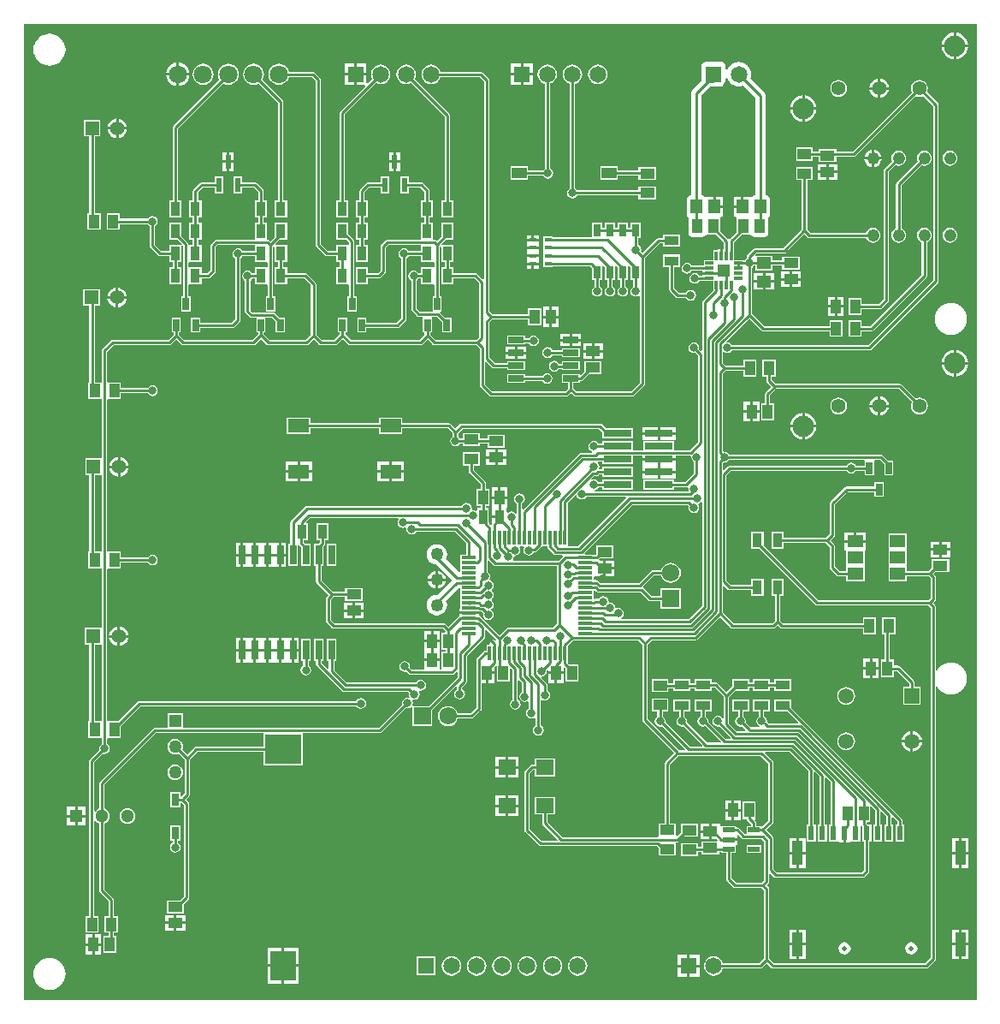
<source format=gtl>
G04 Layer_Physical_Order=1*
G04 Layer_Color=255*
%FSLAX25Y25*%
%MOIN*%
G70*
G01*
G75*
%ADD10R,0.03740X0.05709*%
%ADD11R,0.04016X0.05787*%
%ADD12R,0.05709X0.04528*%
%ADD13R,0.05787X0.04016*%
%ADD14R,0.04528X0.05709*%
%ADD15R,0.03600X0.05700*%
%ADD16R,0.02953X0.04921*%
%ADD17R,0.06299X0.05000*%
%ADD18R,0.02362X0.05512*%
%ADD19R,0.04724X0.02100*%
%ADD20R,0.04921X0.04921*%
%ADD21R,0.03347X0.01181*%
%ADD22R,0.01181X0.03347*%
%ADD23R,0.06004X0.02559*%
%ADD24R,0.02559X0.07579*%
%ADD25R,0.05807X0.01181*%
%ADD26R,0.01181X0.05807*%
%ADD27R,0.10236X0.11811*%
%ADD28R,0.14173X0.11811*%
%ADD29R,0.04331X0.09449*%
%ADD30R,0.02441X0.05512*%
%ADD31R,0.10984X0.02913*%
%ADD32R,0.04134X0.05591*%
%ADD33R,0.06890X0.05906*%
%ADD34R,0.02559X0.04724*%
%ADD35R,0.04134X0.05512*%
%ADD36R,0.05709X0.03740*%
%ADD37R,0.05709X0.03937*%
%ADD38R,0.05512X0.04134*%
%ADD39R,0.02756X0.01673*%
%ADD40R,0.05906X0.04331*%
%ADD41R,0.02992X0.05000*%
%ADD42R,0.08268X0.05512*%
%ADD43C,0.01000*%
%ADD44R,0.05020X0.05020*%
%ADD45C,0.05020*%
%ADD46C,0.06496*%
%ADD47R,0.06496X0.06496*%
%ADD48C,0.07087*%
%ADD49C,0.01870*%
%ADD50C,0.06791*%
%ADD51R,0.06791X0.06791*%
%ADD52R,0.06791X0.06791*%
%ADD53R,0.05575X0.05575*%
%ADD54C,0.05575*%
%ADD55C,0.05512*%
%ADD56C,0.08268*%
%ADD57C,0.04791*%
%ADD58C,0.05906*%
%ADD59R,0.05906X0.05906*%
%ADD60R,0.05118X0.05118*%
%ADD61C,0.05118*%
%ADD62C,0.04925*%
%ADD63C,0.03150*%
G36*
X371300Y0D02*
X0D01*
Y379800D01*
X371300D01*
Y0D01*
D02*
G37*
%LPC*%
G36*
X363280Y376448D02*
Y371835D01*
X367892D01*
X367781Y372676D01*
X367264Y373924D01*
X366441Y374997D01*
X365369Y375820D01*
X364120Y376337D01*
X363280Y376448D01*
D02*
G37*
G36*
X362280D02*
X361439Y376337D01*
X360190Y375820D01*
X359118Y374997D01*
X358295Y373924D01*
X357778Y372676D01*
X357667Y371835D01*
X362280D01*
Y376448D01*
D02*
G37*
G36*
X367892Y370835D02*
X363280D01*
Y366223D01*
X364120Y366334D01*
X365369Y366851D01*
X366441Y367674D01*
X367264Y368746D01*
X367781Y369995D01*
X367892Y370835D01*
D02*
G37*
G36*
X362280D02*
X357667D01*
X357778Y369995D01*
X358295Y368746D01*
X359118Y367674D01*
X360190Y366851D01*
X361439Y366334D01*
X362280Y366223D01*
Y370835D01*
D02*
G37*
G36*
X278823Y365084D02*
X278626Y365071D01*
X278429Y365084D01*
X277581Y364973D01*
X277394Y364909D01*
X277201Y364871D01*
X276411Y364544D01*
X276247Y364434D01*
X276069Y364347D01*
X275391Y363826D01*
X275261Y363678D01*
X275112Y363547D01*
X274592Y362869D01*
X274504Y362692D01*
X274395Y362528D01*
X274068Y361738D01*
X274063Y361715D01*
X274041Y361713D01*
X273541Y362158D01*
Y363560D01*
X273426Y364138D01*
X273099Y364627D01*
X272609Y364954D01*
X272032Y365069D01*
X265536D01*
X264958Y364954D01*
X264469Y364627D01*
X264141Y364138D01*
X264027Y363560D01*
Y357826D01*
X260607Y354406D01*
X260280Y353917D01*
X260121Y353534D01*
X260006Y352957D01*
X260006Y352957D01*
Y313063D01*
X259793D01*
X259215Y312948D01*
X258726Y312621D01*
X258399Y312132D01*
X258284Y311554D01*
Y305846D01*
X258399Y305268D01*
X258726Y304779D01*
X259030Y304575D01*
X259029Y304573D01*
X258914Y303995D01*
Y298405D01*
X259029Y297827D01*
X259356Y297338D01*
X259845Y297011D01*
X260423Y296896D01*
X264557D01*
X265134Y297011D01*
X265624Y297338D01*
X265781Y297573D01*
X266081Y297848D01*
X266437Y297905D01*
X269753D01*
X272765Y294893D01*
Y292182D01*
X272316D01*
Y289509D01*
X271316D01*
Y292182D01*
X270225D01*
Y291682D01*
X268757D01*
Y287843D01*
X264918D01*
Y285804D01*
X260214D01*
X259896Y286280D01*
X259209Y286739D01*
X258400Y286900D01*
X257591Y286739D01*
X256904Y286280D01*
X256446Y285594D01*
X256284Y284784D01*
X256446Y283975D01*
X256904Y283288D01*
X257591Y282830D01*
X258400Y282669D01*
X259209Y282830D01*
X259896Y283288D01*
X260214Y283765D01*
X264418D01*
Y283316D01*
X267091D01*
Y282316D01*
X264418D01*
Y281867D01*
X263282D01*
X262996Y282296D01*
X262310Y282754D01*
X261500Y282915D01*
X260690Y282754D01*
X260004Y282296D01*
X259546Y281610D01*
X259384Y280800D01*
X259546Y279991D01*
X260004Y279304D01*
X260690Y278846D01*
X261500Y278684D01*
X262310Y278846D01*
X262996Y279304D01*
X263346Y279828D01*
X264918D01*
Y279757D01*
X268757D01*
Y276199D01*
X267437Y274879D01*
X267313Y274796D01*
X264579Y272062D01*
X264358Y271731D01*
X264280Y271341D01*
Y252715D01*
X263819Y252523D01*
X263104Y253238D01*
X263215Y253800D01*
X263054Y254609D01*
X262596Y255296D01*
X261910Y255754D01*
X261100Y255915D01*
X260291Y255754D01*
X259604Y255296D01*
X259146Y254609D01*
X258984Y253800D01*
X259146Y252991D01*
X259604Y252304D01*
X260291Y251846D01*
X261100Y251684D01*
X261662Y251796D01*
X262680Y250778D01*
Y217122D01*
X259521Y213963D01*
X253392D01*
Y217357D01*
X241408D01*
Y213963D01*
X237368D01*
Y217357D01*
X225384D01*
Y216420D01*
X223914D01*
X223596Y216896D01*
X222909Y217354D01*
X222100Y217515D01*
X221290Y217354D01*
X220604Y216896D01*
X220146Y216210D01*
X219985Y215400D01*
X220146Y214591D01*
X220604Y213904D01*
X221290Y213446D01*
X221421Y213420D01*
X221372Y212920D01*
X217037D01*
X216647Y212842D01*
X216316Y212621D01*
X194667Y190971D01*
X194167Y191179D01*
Y193186D01*
X194643Y193504D01*
X195102Y194191D01*
X195263Y195000D01*
X195102Y195809D01*
X194643Y196496D01*
X193957Y196954D01*
X193147Y197116D01*
X192338Y196954D01*
X191651Y196496D01*
X191193Y195809D01*
X191032Y195000D01*
X191193Y194191D01*
X191651Y193504D01*
X192128Y193186D01*
Y189450D01*
X191628Y189299D01*
X191496Y189496D01*
X190810Y189954D01*
X190000Y190115D01*
X189190Y189954D01*
X188600Y189560D01*
X188100Y189723D01*
Y191606D01*
X188258D01*
Y195000D01*
X185250D01*
X182242D01*
Y191606D01*
X182500D01*
Y188500D01*
X185300D01*
Y187500D01*
X182500D01*
Y185500D01*
X182363Y185295D01*
X182295Y184954D01*
X182151Y184865D01*
X181785Y184757D01*
X181220Y185322D01*
Y185700D01*
X181200Y185799D01*
Y191350D01*
X179970D01*
Y192106D01*
X181458D01*
Y198894D01*
X179970D01*
Y201150D01*
X179892Y201540D01*
X179671Y201871D01*
X175420Y206122D01*
Y207993D01*
X177656D01*
Y213127D01*
X171144D01*
Y207993D01*
X173380D01*
Y205700D01*
X173458Y205310D01*
X173679Y204979D01*
X177931Y200727D01*
Y198894D01*
X176443D01*
Y192106D01*
X177931D01*
Y191350D01*
X176600D01*
Y190528D01*
X176100Y190260D01*
X175810Y190454D01*
X175000Y190615D01*
X174899Y190595D01*
X174546Y190949D01*
X174616Y191300D01*
X174454Y192110D01*
X173996Y192796D01*
X173310Y193254D01*
X172500Y193415D01*
X171690Y193254D01*
X171004Y192796D01*
X170686Y192320D01*
X110500D01*
X110110Y192242D01*
X109779Y192021D01*
X104179Y186421D01*
X103958Y186090D01*
X103880Y185700D01*
Y177441D01*
X103121D01*
Y168862D01*
X106679D01*
Y176956D01*
X106679Y176976D01*
X106764Y177009D01*
X106871Y177022D01*
Y177022D01*
X106871D01*
D01*
X107324Y176843D01*
X107342Y176816D01*
X108121Y176038D01*
Y168862D01*
X111679D01*
Y177441D01*
X109601D01*
X109083Y177959D01*
Y178746D01*
X110833D01*
Y185454D01*
X110150D01*
X109958Y185916D01*
X111522Y187480D01*
X145799D01*
X146060Y186980D01*
X145746Y186510D01*
X145584Y185700D01*
X145746Y184890D01*
X146204Y184204D01*
X146890Y183746D01*
X147700Y183584D01*
X148510Y183746D01*
X148595Y183802D01*
X149045Y183502D01*
X148985Y183200D01*
X149146Y182390D01*
X149604Y181704D01*
X150291Y181246D01*
X151100Y181085D01*
X151909Y181246D01*
X152596Y181704D01*
X152914Y182180D01*
X167978D01*
X172490Y177668D01*
Y173254D01*
X170106D01*
Y171073D01*
Y166340D01*
X169560D01*
X164427Y171472D01*
X164474Y171543D01*
X164700Y172087D01*
X164891Y173048D01*
Y173637D01*
X164700Y174598D01*
X164474Y175142D01*
X163930Y175956D01*
X163514Y176373D01*
X162699Y176917D01*
X162155Y177142D01*
X161194Y177333D01*
X160606D01*
X159645Y177142D01*
X159101Y176917D01*
X158286Y176373D01*
X157870Y175956D01*
X157326Y175142D01*
X157100Y174598D01*
X156909Y173637D01*
Y173048D01*
X157100Y172087D01*
X157326Y171543D01*
X157870Y170729D01*
X158286Y170312D01*
X159101Y169768D01*
X159645Y169543D01*
X160606Y169352D01*
X160749D01*
X166780Y163321D01*
X161108Y157648D01*
X160606D01*
X159645Y157457D01*
X159101Y157232D01*
X158286Y156688D01*
X157870Y156271D01*
X157326Y155457D01*
X157100Y154913D01*
X156909Y153952D01*
Y153363D01*
X157100Y152402D01*
X157326Y151858D01*
X157870Y151044D01*
X158286Y150627D01*
X159101Y150083D01*
X159645Y149858D01*
X160606Y149667D01*
X161194D01*
X162155Y149858D01*
X162699Y150083D01*
X163514Y150627D01*
X163930Y151044D01*
X164474Y151858D01*
X164700Y152402D01*
X164891Y153363D01*
Y153952D01*
X164700Y154913D01*
X164545Y155287D01*
X169529Y160271D01*
X170106D01*
Y155325D01*
Y152101D01*
X169606D01*
Y151010D01*
X177493D01*
X177579Y151080D01*
X178378D01*
X178996Y150462D01*
X178884Y149900D01*
X179046Y149091D01*
X179504Y148404D01*
X180191Y147946D01*
X181000Y147784D01*
X181809Y147946D01*
X182496Y148404D01*
X182954Y149091D01*
X183115Y149900D01*
X182954Y150709D01*
X182496Y151396D01*
X182190Y151600D01*
Y152100D01*
X182496Y152304D01*
X182954Y152990D01*
X183115Y153800D01*
X182954Y154610D01*
X182496Y155296D01*
X182265Y155450D01*
Y155950D01*
X182496Y156104D01*
X182954Y156790D01*
X183115Y157600D01*
X182954Y158410D01*
X182496Y159096D01*
X182340Y159200D01*
Y159700D01*
X182496Y159804D01*
X182954Y160491D01*
X183115Y161300D01*
X182954Y162109D01*
X182496Y162796D01*
X181809Y163254D01*
X181680Y163280D01*
X181489Y163742D01*
X181654Y163990D01*
X181816Y164800D01*
X181654Y165610D01*
X181196Y166296D01*
X180720Y166614D01*
Y170785D01*
X181182Y170976D01*
X183079Y169079D01*
X183410Y168858D01*
X183800Y168780D01*
X207780D01*
Y146422D01*
X206178Y144820D01*
X188659D01*
X188268Y144742D01*
X187938Y144521D01*
X185279Y141863D01*
X177879Y149263D01*
X177549Y149484D01*
X177413Y149511D01*
Y150010D01*
X169606D01*
Y149453D01*
X169321Y149263D01*
X165350Y145291D01*
X164320Y146321D01*
X163989Y146542D01*
X163599Y146620D01*
X121022D01*
X119720Y147922D01*
Y155778D01*
X120672Y156730D01*
X125206D01*
Y155242D01*
X131994D01*
Y160257D01*
X125206D01*
Y158769D01*
X120373D01*
X115920Y163222D01*
Y168862D01*
X116680D01*
Y176438D01*
X117058Y176816D01*
X117279Y177147D01*
X117357Y177537D01*
Y178746D01*
X118707D01*
Y185454D01*
X113967D01*
Y178746D01*
X115317D01*
Y177959D01*
X114799Y177441D01*
X113120D01*
Y168862D01*
X113880D01*
Y162800D01*
X113958Y162410D01*
X114179Y162079D01*
X118658Y157600D01*
X117979Y156921D01*
X117758Y156590D01*
X117680Y156200D01*
Y147500D01*
X117758Y147110D01*
X117979Y146779D01*
X119879Y144879D01*
X120210Y144658D01*
X120600Y144580D01*
X163177D01*
X164264Y143494D01*
X164170Y142994D01*
X162842D01*
Y136206D01*
X164330D01*
Y135594D01*
X162842D01*
Y128806D01*
X162568Y128420D01*
X162058D01*
Y131700D01*
X159050D01*
X156043D01*
Y128420D01*
X151122D01*
X150404Y129138D01*
X150515Y129700D01*
X150354Y130509D01*
X149896Y131196D01*
X149209Y131654D01*
X148400Y131816D01*
X147590Y131654D01*
X146904Y131196D01*
X146446Y130509D01*
X146284Y129700D01*
X146446Y128891D01*
X146904Y128204D01*
X147590Y127746D01*
X148400Y127585D01*
X148962Y127696D01*
X149979Y126679D01*
X150310Y126458D01*
X150700Y126380D01*
X166865D01*
X167256Y126458D01*
X167586Y126679D01*
X168518Y127611D01*
X168980Y127420D01*
Y125522D01*
X157754Y114296D01*
X151792D01*
X151667Y114442D01*
X151475Y114796D01*
X151616Y115500D01*
X151454Y116309D01*
X151382Y116418D01*
X151683Y116867D01*
X152100Y116785D01*
X152910Y116946D01*
X153596Y117404D01*
X154054Y118090D01*
X154216Y118900D01*
X154054Y119710D01*
X153905Y119933D01*
X154206Y120383D01*
X154700Y120284D01*
X155509Y120446D01*
X156196Y120904D01*
X156654Y121590D01*
X156816Y122400D01*
X156654Y123210D01*
X156196Y123896D01*
X155509Y124354D01*
X154700Y124515D01*
X153891Y124354D01*
X153204Y123896D01*
X152886Y123420D01*
X125822D01*
X120920Y128322D01*
Y131759D01*
X121679D01*
Y140338D01*
X118121D01*
Y131759D01*
X118880D01*
Y128736D01*
X118419Y128545D01*
X115920Y131044D01*
Y131759D01*
X116680D01*
Y140338D01*
X113120D01*
Y131759D01*
X113880D01*
Y130621D01*
X113958Y130231D01*
X114179Y129900D01*
X124000Y120079D01*
X124331Y119858D01*
X124721Y119780D01*
X149754D01*
X150086Y119408D01*
X149985Y118900D01*
X150146Y118090D01*
X150218Y117982D01*
X149917Y117533D01*
X149500Y117615D01*
X148690Y117454D01*
X148004Y116996D01*
X147546Y116309D01*
X147385Y115500D01*
X147496Y114938D01*
X138378Y105820D01*
X62010D01*
Y111510D01*
X55990D01*
Y105820D01*
X51100D01*
X50710Y105742D01*
X50379Y105521D01*
X29680Y84822D01*
X29459Y84491D01*
X29381Y84101D01*
Y74349D01*
X28858Y74132D01*
X28219Y73642D01*
X27920Y73251D01*
X27420Y73421D01*
Y92278D01*
X30838Y95696D01*
X31400Y95585D01*
X32210Y95746D01*
X32896Y96204D01*
X33354Y96890D01*
X33515Y97700D01*
X33354Y98510D01*
X32896Y99196D01*
X32420Y99514D01*
Y101543D01*
X32658Y101944D01*
X32920Y101944D01*
X37792D01*
Y106650D01*
X45422Y114280D01*
X129486D01*
X129804Y113804D01*
X130491Y113346D01*
X131300Y113184D01*
X132109Y113346D01*
X132796Y113804D01*
X133254Y114490D01*
X133415Y115300D01*
X133254Y116110D01*
X132796Y116796D01*
X132109Y117254D01*
X131300Y117415D01*
X130491Y117254D01*
X129804Y116796D01*
X129486Y116320D01*
X45000D01*
X44610Y116242D01*
X44279Y116021D01*
X36714Y108456D01*
X32920D01*
X32658Y108456D01*
X32420Y108857D01*
Y167476D01*
X32658Y167877D01*
X32920Y167877D01*
X37792D01*
Y170114D01*
X48286D01*
X48604Y169638D01*
X49290Y169179D01*
X50100Y169018D01*
X50910Y169179D01*
X51596Y169638D01*
X52054Y170324D01*
X52215Y171133D01*
X52054Y171943D01*
X51596Y172629D01*
X50910Y173088D01*
X50100Y173249D01*
X49290Y173088D01*
X48604Y172629D01*
X48286Y172153D01*
X37792D01*
Y174389D01*
X32920D01*
X32658Y174389D01*
X32420Y174791D01*
Y233409D01*
X32658Y233811D01*
X32920Y233811D01*
X37792D01*
Y236047D01*
X48286D01*
X48604Y235571D01*
X49290Y235112D01*
X50100Y234951D01*
X50910Y235112D01*
X51596Y235571D01*
X52054Y236257D01*
X52215Y237067D01*
X52054Y237876D01*
X51596Y238562D01*
X50910Y239021D01*
X50100Y239182D01*
X49290Y239021D01*
X48604Y238562D01*
X48286Y238086D01*
X37792D01*
Y240323D01*
X32920D01*
X32658Y240323D01*
X32420Y240724D01*
Y252278D01*
X35022Y254880D01*
X56800D01*
X57190Y254958D01*
X57521Y255179D01*
X59350Y257008D01*
X61279Y255079D01*
X61610Y254858D01*
X62000Y254780D01*
X89500D01*
X89890Y254858D01*
X90221Y255079D01*
X92375Y257233D01*
X94529Y255079D01*
X94860Y254858D01*
X95250Y254780D01*
X110200D01*
X110590Y254858D01*
X110921Y255079D01*
X112900Y257058D01*
X114879Y255079D01*
X115210Y254858D01*
X115600Y254780D01*
X121400D01*
X121790Y254858D01*
X122121Y255079D01*
X124200Y257158D01*
X126279Y255079D01*
X126610Y254858D01*
X127000Y254780D01*
X154600D01*
X154990Y254858D01*
X155321Y255079D01*
X157250Y257008D01*
X159179Y255079D01*
X159510Y254858D01*
X159900Y254780D01*
X176478D01*
X177680Y253578D01*
Y239200D01*
X177758Y238810D01*
X177979Y238479D01*
X181379Y235079D01*
X181710Y234858D01*
X182100Y234780D01*
X211400D01*
X211790Y234858D01*
X212121Y235079D01*
X213177Y236135D01*
X214233Y235079D01*
X214564Y234858D01*
X214954Y234780D01*
X237000D01*
X237390Y234858D01*
X237721Y235079D01*
X241821Y239179D01*
X242042Y239510D01*
X242120Y239900D01*
Y288878D01*
X247759Y294517D01*
X249146D01*
Y293167D01*
X255854D01*
Y297907D01*
X249146D01*
Y296557D01*
X247337D01*
X246947Y296479D01*
X246616Y296258D01*
X241100Y290742D01*
X240504Y291338D01*
X240616Y291900D01*
X240454Y292709D01*
X239996Y293396D01*
X239420Y293781D01*
Y296471D01*
X240396D01*
Y302471D01*
X236404D01*
Y300490D01*
X235396D01*
Y302471D01*
X231404D01*
Y300490D01*
X230396D01*
Y302471D01*
X226404D01*
Y300490D01*
X225396D01*
Y302471D01*
X221404D01*
Y296844D01*
X206131D01*
Y297161D01*
X202375D01*
Y294488D01*
X202375D01*
Y294011D01*
X202375D01*
Y291338D01*
X202375D01*
Y290862D01*
X202375D01*
Y288189D01*
X202375D01*
Y287712D01*
X202375D01*
Y285039D01*
X206131D01*
Y285356D01*
X220831D01*
X221404Y284783D01*
Y280329D01*
X222380D01*
Y277614D01*
X221904Y277296D01*
X221446Y276609D01*
X221285Y275800D01*
X221446Y274991D01*
X221904Y274304D01*
X222590Y273846D01*
X223400Y273685D01*
X224209Y273846D01*
X224896Y274304D01*
X225354Y274991D01*
X225516Y275800D01*
X225354Y276609D01*
X224896Y277296D01*
X224420Y277614D01*
Y280329D01*
X225396D01*
Y285548D01*
X225858Y285739D01*
X226404Y285194D01*
Y280329D01*
X227380D01*
Y277614D01*
X226904Y277296D01*
X226446Y276609D01*
X226285Y275800D01*
X226446Y274991D01*
X226904Y274304D01*
X227590Y273846D01*
X228400Y273685D01*
X229209Y273846D01*
X229896Y274304D01*
X230354Y274991D01*
X230516Y275800D01*
X230354Y276609D01*
X229896Y277296D01*
X229420Y277614D01*
Y280329D01*
X230396D01*
Y285548D01*
X230858Y285739D01*
X231404Y285194D01*
Y280329D01*
X232380D01*
Y277614D01*
X231904Y277296D01*
X231446Y276609D01*
X231284Y275800D01*
X231446Y274991D01*
X231904Y274304D01*
X232591Y273846D01*
X233400Y273685D01*
X234209Y273846D01*
X234896Y274304D01*
X235354Y274991D01*
X235515Y275800D01*
X235354Y276609D01*
X234896Y277296D01*
X234420Y277614D01*
Y280329D01*
X235396D01*
Y285548D01*
X235858Y285739D01*
X236404Y285194D01*
Y280329D01*
X237380D01*
Y277614D01*
X236904Y277296D01*
X236446Y276609D01*
X236284Y275800D01*
X236446Y274991D01*
X236904Y274304D01*
X237591Y273846D01*
X238400Y273685D01*
X239210Y273846D01*
X239580Y274093D01*
X240080Y273826D01*
Y240322D01*
X236578Y236820D01*
X215377D01*
X214197Y238000D01*
Y240020D01*
X216679D01*
Y240780D01*
X217050D01*
X217440Y240858D01*
X217771Y241079D01*
X220334Y243642D01*
X225194D01*
Y248658D01*
X218406D01*
Y244599D01*
X217141Y243333D01*
X216679Y243525D01*
Y243580D01*
X209675D01*
Y240020D01*
X212158D01*
Y238000D01*
X210978Y236820D01*
X182522D01*
X179720Y239622D01*
Y248085D01*
X180182Y248276D01*
X182379Y246079D01*
X182710Y245858D01*
X183100Y245780D01*
X188321D01*
Y245021D01*
X195325D01*
Y248580D01*
X188321D01*
Y247820D01*
X183522D01*
X181320Y250022D01*
Y263578D01*
X182522Y264780D01*
X196543D01*
Y262406D01*
X201558D01*
Y269194D01*
X196543D01*
Y266820D01*
X182622D01*
X181420Y268022D01*
Y358000D01*
X181342Y358390D01*
X181121Y358721D01*
X178860Y360982D01*
X178530Y361203D01*
X178139Y361280D01*
X162402D01*
X162042Y362151D01*
X161441Y362934D01*
X160658Y363534D01*
X159746Y363912D01*
X158768Y364041D01*
X157789Y363912D01*
X156878Y363534D01*
X156095Y362934D01*
X155494Y362151D01*
X155116Y361239D01*
X154987Y360261D01*
X155116Y359282D01*
X155494Y358370D01*
X156095Y357588D01*
X156878Y356987D01*
X157789Y356609D01*
X158768Y356480D01*
X159746Y356609D01*
X160658Y356987D01*
X161441Y357588D01*
X162042Y358370D01*
X162402Y359241D01*
X177717D01*
X179380Y357578D01*
Y280532D01*
X178880Y280325D01*
X176742Y282463D01*
X176412Y282683D01*
X176022Y282761D01*
X167410D01*
Y285096D01*
X166060D01*
Y287040D01*
X167410D01*
Y293749D01*
X162998D01*
X162791Y294249D01*
X164235Y295693D01*
X167410D01*
Y302401D01*
X162670D01*
Y297012D01*
X160950Y295292D01*
X160621Y295621D01*
X160290Y295842D01*
X159900Y295920D01*
X159536D01*
Y302401D01*
X158186D01*
Y304346D01*
X159536D01*
Y311054D01*
X158186D01*
Y314934D01*
X158108Y315324D01*
X157887Y315655D01*
X155649Y317893D01*
X155318Y318114D01*
X154928Y318192D01*
X149917D01*
Y320428D01*
X146555D01*
Y313916D01*
X149917D01*
Y316153D01*
X154505D01*
X156147Y314511D01*
Y311054D01*
X154796D01*
Y304346D01*
X156147D01*
Y302401D01*
X154796D01*
Y295920D01*
X141700D01*
X141310Y295842D01*
X140979Y295621D01*
X139379Y294021D01*
X139158Y293690D01*
X139080Y293300D01*
Y283922D01*
X137919Y282761D01*
X134196D01*
Y285096D01*
X129456D01*
Y278387D01*
X134196D01*
Y280722D01*
X138341D01*
X138732Y280800D01*
X139062Y281020D01*
X140821Y282779D01*
X141042Y283110D01*
X141120Y283500D01*
Y292878D01*
X142122Y293880D01*
X154351D01*
X154796Y293749D01*
X154796Y293380D01*
Y291414D01*
X149980D01*
X149662Y291890D01*
X148976Y292349D01*
X148166Y292510D01*
X147357Y292349D01*
X146670Y291890D01*
X146212Y291204D01*
X146051Y290394D01*
X146212Y289585D01*
X146670Y288898D01*
X147147Y288580D01*
Y265589D01*
X145144Y263586D01*
X133546D01*
Y265428D01*
X129987D01*
Y259704D01*
X133546D01*
Y261546D01*
X145566D01*
X145956Y261624D01*
X146287Y261845D01*
X148887Y264445D01*
X149108Y264776D01*
X149186Y265166D01*
Y288580D01*
X149662Y288898D01*
X149980Y289375D01*
X154796D01*
Y287040D01*
X159485D01*
X159536Y287040D01*
X159985Y286917D01*
Y285219D01*
X159536Y285096D01*
X159485Y285096D01*
X154796D01*
Y282761D01*
X153780D01*
X153462Y283237D01*
X152776Y283696D01*
X151966Y283857D01*
X151157Y283696D01*
X150470Y283237D01*
X150012Y282551D01*
X149851Y281741D01*
X150012Y280932D01*
X150470Y280246D01*
X150947Y279927D01*
Y268734D01*
X151024Y268343D01*
X151245Y268013D01*
X153079Y266179D01*
X153410Y265958D01*
X153800Y265880D01*
X155330D01*
X155446Y265428D01*
X155446Y265380D01*
Y259704D01*
X156206D01*
Y258848D01*
X154178Y256820D01*
X127422D01*
X125227Y259015D01*
Y259704D01*
X125987D01*
Y265428D01*
X122428D01*
Y259704D01*
X123188D01*
Y259030D01*
X120978Y256820D01*
X116022D01*
X113920Y258922D01*
Y278500D01*
X113842Y278890D01*
X113621Y279221D01*
X110380Y282463D01*
X110049Y282683D01*
X109659Y282761D01*
X102560D01*
Y285096D01*
X101209D01*
Y287040D01*
X102560D01*
Y293749D01*
X98198D01*
X97991Y294249D01*
X99435Y295693D01*
X102560D01*
Y302401D01*
X97820D01*
Y296962D01*
X96154Y295296D01*
X95830Y295621D01*
X95499Y295842D01*
X95109Y295920D01*
X94686D01*
Y302401D01*
X93335D01*
Y304346D01*
X94686D01*
Y311054D01*
X93335D01*
Y314984D01*
X93258Y315374D01*
X93037Y315705D01*
X90848Y317893D01*
X90518Y318114D01*
X90128Y318192D01*
X85067D01*
Y320428D01*
X81705D01*
Y313916D01*
X85067D01*
Y316153D01*
X89705D01*
X91296Y314562D01*
Y311054D01*
X89946D01*
Y304346D01*
X91296D01*
Y302401D01*
X89946D01*
Y295920D01*
X75100D01*
X74710Y295842D01*
X74379Y295621D01*
X72979Y294221D01*
X72758Y293890D01*
X72680Y293500D01*
Y284022D01*
X71419Y282761D01*
X69245D01*
Y285096D01*
X64656D01*
X64505Y285096D01*
X64156Y285451D01*
Y286684D01*
X64505Y287040D01*
X64656Y287040D01*
X69245D01*
Y293749D01*
X67895D01*
Y295693D01*
X69245D01*
Y302401D01*
X67895D01*
Y304346D01*
X69245D01*
Y311054D01*
X67895D01*
Y314353D01*
X69695Y316153D01*
X74224D01*
Y313916D01*
X77587D01*
Y320428D01*
X74224D01*
Y318192D01*
X69272D01*
X68882Y318114D01*
X68551Y317893D01*
X66154Y315496D01*
X65934Y315166D01*
X65856Y314775D01*
Y311054D01*
X64505D01*
Y304346D01*
X65856D01*
Y302401D01*
X64505D01*
Y295693D01*
X65856D01*
Y294102D01*
X65502Y293749D01*
X64517Y293749D01*
X64410Y293843D01*
X64150Y294097D01*
X64079Y294453D01*
X63858Y294784D01*
X61371Y297270D01*
Y302401D01*
X56631D01*
Y295693D01*
X60065D01*
X61607Y294151D01*
X61302Y293749D01*
X60900Y293749D01*
X56631D01*
Y291414D01*
X53528D01*
X51120Y293822D01*
Y301186D01*
X51596Y301504D01*
X52054Y302190D01*
X52215Y303000D01*
X52054Y303809D01*
X51596Y304496D01*
X50910Y304954D01*
X50100Y305115D01*
X49290Y304954D01*
X48604Y304496D01*
X48286Y304020D01*
X37392D01*
Y306256D01*
X32258D01*
Y299744D01*
X37392D01*
Y301980D01*
X48286D01*
X48604Y301504D01*
X49080Y301186D01*
Y293400D01*
X49158Y293010D01*
X49379Y292679D01*
X52385Y289673D01*
X52715Y289452D01*
X53106Y289375D01*
X56631D01*
Y287040D01*
X57982D01*
Y285096D01*
X56631D01*
Y278387D01*
X61371D01*
Y285096D01*
X60021D01*
Y287040D01*
X61371D01*
Y293254D01*
X61371Y293679D01*
X61774Y293984D01*
X62117Y293641D01*
Y273696D01*
X61357D01*
Y267972D01*
X64916D01*
Y273696D01*
X64156D01*
Y278032D01*
X64505Y278387D01*
X64656Y278387D01*
X69245D01*
Y280722D01*
X71842D01*
X72232Y280800D01*
X72562Y281021D01*
X74421Y282879D01*
X74642Y283210D01*
X74720Y283600D01*
Y293078D01*
X75522Y293880D01*
X89500D01*
X89946Y293749D01*
X89946Y293380D01*
Y291414D01*
X85214D01*
X84896Y291890D01*
X84210Y292349D01*
X83400Y292510D01*
X82590Y292349D01*
X81904Y291890D01*
X81446Y291204D01*
X81285Y290394D01*
X81446Y289585D01*
X81904Y288898D01*
X82380Y288580D01*
Y265022D01*
X80944Y263586D01*
X68696D01*
Y265428D01*
X65137D01*
Y259704D01*
X68696D01*
Y261546D01*
X81366D01*
X81756Y261624D01*
X82087Y261845D01*
X84121Y263879D01*
X84342Y264210D01*
X84420Y264600D01*
Y288580D01*
X84896Y288898D01*
X85214Y289375D01*
X89946D01*
Y287040D01*
X94635D01*
X94686Y287040D01*
X95135Y286917D01*
Y285219D01*
X94686Y285096D01*
X94635Y285096D01*
X89946D01*
Y282761D01*
X89014D01*
X88696Y283237D01*
X88010Y283696D01*
X87200Y283857D01*
X86390Y283696D01*
X85704Y283237D01*
X85246Y282551D01*
X85085Y281741D01*
X85246Y280932D01*
X85704Y280246D01*
X86180Y279927D01*
Y267900D01*
X86258Y267510D01*
X86479Y267179D01*
X87979Y265679D01*
X88310Y265458D01*
X88700Y265380D01*
X90595D01*
Y259704D01*
X91355D01*
Y259097D01*
X89078Y256820D01*
X62422D01*
X60377Y258865D01*
Y259704D01*
X61137D01*
Y265428D01*
X57578D01*
Y259704D01*
X58338D01*
Y258880D01*
X56378Y256920D01*
X34600D01*
X34210Y256842D01*
X33879Y256621D01*
X30679Y253421D01*
X30458Y253090D01*
X30380Y252700D01*
Y240794D01*
X30311Y240323D01*
X29880Y240323D01*
X27580D01*
Y270058D01*
X29699D01*
Y276632D01*
X23124D01*
Y270058D01*
X25541D01*
Y240323D01*
X25177D01*
Y233811D01*
X30311Y233811D01*
X30380Y233339D01*
Y210687D01*
X23924D01*
Y204113D01*
X25541D01*
Y174389D01*
X25177D01*
Y167877D01*
X30311D01*
X30380Y167406D01*
Y144742D01*
X23824D01*
Y138168D01*
X25541D01*
Y108456D01*
X25177D01*
Y101944D01*
X30311D01*
X30380Y101473D01*
Y99514D01*
X29904Y99196D01*
X29446Y98510D01*
X29285Y97700D01*
X29396Y97138D01*
X25679Y93421D01*
X25458Y93090D01*
X25380Y92700D01*
Y32556D01*
X23994D01*
Y26044D01*
X29128D01*
Y32556D01*
X27420D01*
Y69499D01*
X27920Y69669D01*
X28219Y69278D01*
X28858Y68788D01*
X29381Y68571D01*
Y42499D01*
X29459Y42109D01*
X29680Y41778D01*
X33022Y38437D01*
Y32556D01*
X31474D01*
Y26044D01*
X33022D01*
Y24894D01*
X30943D01*
Y18106D01*
X35958D01*
Y24894D01*
X35061D01*
Y26044D01*
X36608D01*
Y32556D01*
X35061D01*
Y38859D01*
X34983Y39249D01*
X34762Y39580D01*
X31420Y42921D01*
Y68571D01*
X31944Y68788D01*
X32583Y69278D01*
X33073Y69917D01*
X33381Y70661D01*
X33486Y71460D01*
X33381Y72259D01*
X33073Y73003D01*
X32583Y73642D01*
X31944Y74132D01*
X31420Y74349D01*
Y83679D01*
X51522Y103780D01*
X93413D01*
Y98472D01*
X67152D01*
X66762Y98394D01*
X66431Y98173D01*
X63600Y95342D01*
X61726Y97216D01*
X61932Y97714D01*
X62036Y98500D01*
X61932Y99286D01*
X61629Y100018D01*
X61147Y100647D01*
X60518Y101129D01*
X59786Y101432D01*
X59000Y101536D01*
X58214Y101432D01*
X57482Y101129D01*
X56853Y100647D01*
X56371Y100018D01*
X56068Y99286D01*
X55964Y98500D01*
X56068Y97714D01*
X56371Y96982D01*
X56853Y96353D01*
X57482Y95871D01*
X58214Y95568D01*
X59000Y95464D01*
X59786Y95568D01*
X60284Y95774D01*
X62580Y93478D01*
Y80322D01*
X61476Y79218D01*
X60976Y79425D01*
Y80857D01*
X57024D01*
Y74935D01*
X60976D01*
Y76648D01*
X61476Y76782D01*
X62480Y75778D01*
Y40222D01*
X60916Y38658D01*
X55606D01*
Y33642D01*
X62394D01*
Y37252D01*
X64221Y39079D01*
X64442Y39410D01*
X64520Y39800D01*
Y76200D01*
X64442Y76590D01*
X64221Y76921D01*
X63142Y78000D01*
X64321Y79179D01*
X64542Y79510D01*
X64620Y79900D01*
Y93478D01*
X67574Y96432D01*
X93413D01*
Y91047D01*
X108587D01*
Y103780D01*
X138800D01*
X139190Y103858D01*
X139521Y104079D01*
X148938Y113496D01*
X149500Y113384D01*
X150310Y113546D01*
X150904Y113943D01*
X151237Y113837D01*
X151404Y113722D01*
Y106504D01*
X159196D01*
Y112854D01*
X168298Y121956D01*
X168335Y121952D01*
X168780Y121731D01*
Y120814D01*
X168304Y120496D01*
X167846Y119809D01*
X167684Y119000D01*
X167846Y118191D01*
X168304Y117504D01*
X168991Y117046D01*
X169800Y116885D01*
X170609Y117046D01*
X171296Y117504D01*
X171754Y118191D01*
X171915Y119000D01*
X171754Y119809D01*
X171296Y120496D01*
X170820Y120814D01*
Y121478D01*
X172321Y122979D01*
X172542Y123310D01*
X172620Y123700D01*
Y133856D01*
X179421Y140658D01*
X179642Y140989D01*
X179720Y141379D01*
Y143885D01*
X180182Y144077D01*
X184101Y140157D01*
X184063Y139886D01*
X183533Y139708D01*
X182121Y141121D01*
X181790Y141342D01*
X181400Y141420D01*
X181010Y141342D01*
X180679Y141121D01*
X180458Y140790D01*
X180380Y140400D01*
X180458Y140010D01*
X180679Y139679D01*
X181645Y138713D01*
X181547Y138213D01*
X180246D01*
Y135829D01*
X179809D01*
X179419Y135751D01*
X179088Y135530D01*
X176579Y133021D01*
X176358Y132690D01*
X176280Y132300D01*
Y113722D01*
X173978Y111420D01*
X169094D01*
X168703Y112365D01*
X168078Y113178D01*
X167265Y113803D01*
X166317Y114195D01*
X165300Y114329D01*
X164283Y114195D01*
X163335Y113803D01*
X162522Y113178D01*
X161897Y112365D01*
X161505Y111417D01*
X161371Y110400D01*
X161505Y109383D01*
X161897Y108435D01*
X162522Y107622D01*
X163335Y106997D01*
X164283Y106605D01*
X165300Y106471D01*
X166317Y106605D01*
X167265Y106997D01*
X168078Y107622D01*
X168703Y108435D01*
X169094Y109380D01*
X174400D01*
X174790Y109458D01*
X175121Y109679D01*
X178021Y112579D01*
X178242Y112910D01*
X178320Y113300D01*
Y123306D01*
X179950D01*
Y127200D01*
X180450D01*
Y127700D01*
X183458D01*
Y129630D01*
X183780Y129886D01*
X184242Y129684D01*
Y123806D01*
X189258D01*
Y129116D01*
X189719Y129307D01*
X190506Y128521D01*
Y116814D01*
X190029Y116496D01*
X189571Y115810D01*
X189410Y115000D01*
X189571Y114190D01*
X190029Y113504D01*
X190716Y113046D01*
X191525Y112884D01*
X192335Y113046D01*
X193021Y113504D01*
X193480Y114190D01*
X193641Y115000D01*
X193480Y115810D01*
X193021Y116496D01*
X192545Y116814D01*
Y124306D01*
X193045Y124513D01*
X194180Y123378D01*
Y119814D01*
X193704Y119496D01*
X193246Y118809D01*
X193085Y118000D01*
X193246Y117191D01*
X193704Y116504D01*
X194390Y116046D01*
X195200Y115884D01*
X196010Y116046D01*
X196255Y116210D01*
X196755Y115943D01*
Y113414D01*
X196279Y113096D01*
X195820Y112409D01*
X195659Y111600D01*
X195820Y110791D01*
X196279Y110104D01*
X196965Y109646D01*
X197775Y109485D01*
X198584Y109646D01*
X198906Y109860D01*
X199406Y109593D01*
Y106664D01*
X199004Y106396D01*
X198546Y105710D01*
X198384Y104900D01*
X198546Y104090D01*
X199004Y103404D01*
X199690Y102946D01*
X200500Y102785D01*
X201309Y102946D01*
X201996Y103404D01*
X202454Y104090D01*
X202615Y104900D01*
X202454Y105710D01*
X201996Y106396D01*
X201445Y106764D01*
Y116542D01*
X201945Y116810D01*
X202190Y116646D01*
X203000Y116484D01*
X203809Y116646D01*
X204496Y117104D01*
X204954Y117790D01*
X205116Y118600D01*
X204954Y119410D01*
X204496Y120096D01*
X204020Y120414D01*
Y122500D01*
X203942Y122890D01*
X203721Y123221D01*
X201635Y125306D01*
X201821Y125828D01*
X202410Y125946D01*
X203096Y126404D01*
X203554Y127091D01*
X203715Y127900D01*
X203628Y128338D01*
X203842Y128532D01*
X204343Y128311D01*
Y127700D01*
X207350D01*
X210358D01*
Y129197D01*
X210800Y129387D01*
X211142Y129106D01*
Y123806D01*
X216158D01*
Y130594D01*
X212548D01*
X212154Y130988D01*
X211954Y131406D01*
Y137712D01*
X214222Y139980D01*
X239278D01*
X240980Y138278D01*
Y108858D01*
X241058Y108468D01*
X241279Y108137D01*
X253387Y96029D01*
X249979Y92621D01*
X249758Y92290D01*
X249680Y91900D01*
Y68609D01*
X247346D01*
Y63820D01*
X247346Y63672D01*
X246991Y63320D01*
X209922D01*
X204101Y69140D01*
Y72047D01*
X207027D01*
Y78953D01*
X199137D01*
Y72047D01*
X202062D01*
Y68718D01*
X202140Y68328D01*
X202361Y67997D01*
X208077Y62282D01*
X207885Y61820D01*
X201722D01*
X197120Y66422D01*
Y87978D01*
X198522Y89380D01*
X199137D01*
Y86947D01*
X207027D01*
Y93853D01*
X199137D01*
Y91420D01*
X198100D01*
X197710Y91342D01*
X197379Y91121D01*
X195379Y89121D01*
X195158Y88790D01*
X195080Y88400D01*
Y66000D01*
X195158Y65610D01*
X195379Y65279D01*
X200579Y60079D01*
X200910Y59858D01*
X201300Y59780D01*
X246778D01*
X247346Y59212D01*
Y56191D01*
X254054D01*
Y61128D01*
X254491Y61280D01*
X254600D01*
X254990Y61358D01*
X255321Y61579D01*
X257214Y63472D01*
X262636D01*
Y68409D01*
X255928D01*
Y65070D01*
X254554Y63696D01*
X254054Y63903D01*
Y68609D01*
X251720D01*
Y91478D01*
X255222Y94980D01*
X286978D01*
X289980Y91978D01*
Y69603D01*
X287784Y67406D01*
X287283Y67590D01*
Y67590D01*
X285441D01*
Y68679D01*
X285363Y69069D01*
X285142Y69400D01*
X284698Y69844D01*
X284889Y70306D01*
X285057D01*
Y77094D01*
X280042D01*
Y70306D01*
X281579D01*
X281608Y70160D01*
X281829Y69829D01*
X283402Y68256D01*
Y67590D01*
X281559D01*
Y64620D01*
X280922D01*
X278781Y66761D01*
X278450Y66982D01*
X278060Y67060D01*
X277441D01*
Y67590D01*
X271894D01*
X271716Y67590D01*
X271394Y67956D01*
Y68357D01*
X268000D01*
Y65350D01*
Y62342D01*
X270030D01*
X270286Y62020D01*
X270084Y61558D01*
X264106D01*
Y59479D01*
X262636D01*
Y60928D01*
X255928D01*
Y55991D01*
X262636D01*
Y57440D01*
X264106D01*
Y56542D01*
X270894D01*
Y57440D01*
X271716D01*
Y57010D01*
X273559D01*
Y46979D01*
X273637Y46589D01*
X273858Y46258D01*
X276237Y43879D01*
X276568Y43658D01*
X276958Y43580D01*
X287478D01*
X288480Y42578D01*
Y16022D01*
X286678Y14220D01*
X272436D01*
X272116Y14990D01*
X271516Y15773D01*
X270733Y16374D01*
X269821Y16752D01*
X268843Y16880D01*
X267864Y16752D01*
X266952Y16374D01*
X266169Y15773D01*
X265569Y14990D01*
X265191Y14078D01*
X265062Y13100D01*
X265191Y12122D01*
X265569Y11210D01*
X266169Y10427D01*
X266952Y9826D01*
X267864Y9448D01*
X268843Y9320D01*
X269821Y9448D01*
X270733Y9826D01*
X271516Y10427D01*
X272116Y11210D01*
X272494Y12122D01*
X272502Y12180D01*
X287100D01*
X287490Y12258D01*
X287821Y12479D01*
X289500Y14158D01*
X291179Y12479D01*
X291510Y12258D01*
X291900Y12180D01*
X351600D01*
X351990Y12258D01*
X352321Y12479D01*
X355121Y15279D01*
X355342Y15610D01*
X355420Y16000D01*
Y121735D01*
X355920Y121860D01*
X356094Y121534D01*
X356870Y120589D01*
X357815Y119813D01*
X358894Y119236D01*
X360064Y118881D01*
X361281Y118761D01*
X362498Y118881D01*
X363669Y119236D01*
X364747Y119813D01*
X365692Y120589D01*
X366468Y121534D01*
X367045Y122613D01*
X367400Y123783D01*
X367520Y125000D01*
X367400Y126217D01*
X367045Y127387D01*
X366468Y128466D01*
X365692Y129411D01*
X364747Y130187D01*
X363669Y130764D01*
X362498Y131119D01*
X361281Y131239D01*
X360064Y131119D01*
X358894Y130764D01*
X357815Y130187D01*
X356870Y129411D01*
X356094Y128466D01*
X355920Y128140D01*
X355420Y128265D01*
Y152900D01*
X355342Y153290D01*
X355121Y153621D01*
X354342Y154400D01*
X355121Y155179D01*
X355342Y155510D01*
X355420Y155900D01*
Y164403D01*
X355342Y164793D01*
X355121Y165124D01*
X354444Y165802D01*
X355085Y166443D01*
X360594D01*
Y171459D01*
X353806D01*
Y168048D01*
X352579Y166821D01*
X344185D01*
Y168601D01*
X344185Y169101D01*
X344185Y169302D01*
Y174900D01*
X344185Y175400D01*
X344185Y175601D01*
Y181400D01*
X336886D01*
Y175601D01*
X336886Y175101D01*
X336886Y174900D01*
Y169302D01*
X336886Y168802D01*
X336886Y168601D01*
Y162802D01*
X344185D01*
Y164782D01*
X352579D01*
X353380Y163981D01*
Y156322D01*
X352478Y155420D01*
X309522D01*
X288233Y176709D01*
Y182154D01*
X283493D01*
Y175446D01*
X286612D01*
X308379Y153679D01*
X308710Y153458D01*
X309100Y153380D01*
X352478D01*
X353380Y152478D01*
Y16422D01*
X351178Y14220D01*
X292322D01*
X290520Y16022D01*
Y43000D01*
X290442Y43390D01*
X290221Y43721D01*
X289342Y44600D01*
X290221Y45479D01*
X290442Y45810D01*
X290520Y46200D01*
Y48785D01*
X290982Y48976D01*
X292179Y47779D01*
X292510Y47558D01*
X292900Y47480D01*
X326900D01*
X327290Y47558D01*
X327621Y47779D01*
X329216Y49374D01*
X329437Y49705D01*
X329515Y50095D01*
Y61658D01*
X330216D01*
Y68169D01*
X328825D01*
X328488Y68506D01*
X328696Y69006D01*
X329822D01*
Y75040D01*
X330284Y75231D01*
X331806Y73709D01*
Y68169D01*
X331105D01*
Y61658D01*
X334546D01*
Y68169D01*
X333846D01*
Y73138D01*
X334308Y73329D01*
X336137Y71500D01*
Y68169D01*
X335436D01*
Y61658D01*
X338877D01*
Y68169D01*
X338176D01*
Y70929D01*
X338638Y71120D01*
X340468Y69290D01*
Y68169D01*
X339767D01*
Y61658D01*
X343208D01*
Y68169D01*
X342507D01*
Y69713D01*
X342429Y70103D01*
X342208Y70434D01*
X299154Y113488D01*
Y116933D01*
X292446D01*
Y112193D01*
X297565D01*
X301777Y107982D01*
X301585Y107520D01*
X290222D01*
X289586Y108156D01*
X289635Y108400D01*
X289474Y109210D01*
X289015Y109896D01*
X288539Y110214D01*
Y112193D01*
X290874D01*
Y116933D01*
X284165D01*
Y112193D01*
X286500D01*
Y110214D01*
X286023Y109896D01*
X285565Y109210D01*
X285404Y108400D01*
X285565Y107590D01*
X286023Y106904D01*
X286599Y106520D01*
X286484Y106020D01*
X283061D01*
X281242Y107838D01*
X281354Y108400D01*
X281193Y109210D01*
X280734Y109896D01*
X280258Y110214D01*
Y112193D01*
X282593D01*
Y116933D01*
X275884D01*
Y112193D01*
X278219D01*
Y110214D01*
X277743Y109896D01*
X277284Y109210D01*
X277123Y108400D01*
X277284Y107590D01*
X277743Y106904D01*
X278429Y106446D01*
X279239Y106284D01*
X279801Y106396D01*
X281215Y104982D01*
X281024Y104520D01*
X277822D01*
X274820Y107522D01*
Y117878D01*
X277009Y120067D01*
X282593D01*
Y121417D01*
X284165D01*
Y120067D01*
X290874D01*
Y121417D01*
X292446D01*
Y120067D01*
X299154D01*
Y124807D01*
X292446D01*
Y123457D01*
X290874D01*
Y124807D01*
X284165D01*
Y123457D01*
X282593D01*
Y124807D01*
X275884D01*
Y121826D01*
X273800Y119742D01*
X270384Y123158D01*
X270053Y123379D01*
X269663Y123457D01*
X268012D01*
Y124807D01*
X261304D01*
Y123260D01*
X259732D01*
Y124807D01*
X253023D01*
Y123260D01*
X251156D01*
Y124807D01*
X244644D01*
Y119673D01*
X251156D01*
Y121221D01*
X253023D01*
Y120067D01*
X259732D01*
Y121221D01*
X261304D01*
Y120067D01*
X268012D01*
Y121417D01*
X269241D01*
X272780Y117878D01*
Y109436D01*
X272280Y109320D01*
X271896Y109896D01*
X271210Y110354D01*
X270400Y110515D01*
X269590Y110354D01*
X268904Y109896D01*
X268446Y109210D01*
X268285Y108400D01*
X268446Y107590D01*
X268904Y106904D01*
X269590Y106446D01*
X270400Y106284D01*
X270944Y106393D01*
X275355Y101981D01*
X275164Y101520D01*
X273422D01*
X266735Y108207D01*
X266774Y108400D01*
X266613Y109210D01*
X266154Y109896D01*
X265678Y110214D01*
Y112193D01*
X268012D01*
Y116933D01*
X261304D01*
Y112193D01*
X263638D01*
Y110214D01*
X263162Y109896D01*
X262704Y109210D01*
X262543Y108400D01*
X262704Y107590D01*
X263162Y106904D01*
X263848Y106446D01*
X264658Y106284D01*
X265468Y106446D01*
X265554Y106504D01*
X271576Y100481D01*
X271385Y100020D01*
X266300D01*
X258398Y107922D01*
X258493Y108400D01*
X258332Y109210D01*
X257873Y109896D01*
X257397Y110214D01*
Y112193D01*
X259732D01*
Y116933D01*
X253023D01*
Y112193D01*
X255358D01*
Y110214D01*
X254882Y109896D01*
X254423Y109210D01*
X254262Y108400D01*
X254423Y107590D01*
X254882Y106904D01*
X255568Y106446D01*
X256378Y106284D01*
X257023Y106413D01*
X264454Y98981D01*
X264263Y98520D01*
X259522D01*
X249954Y108088D01*
X250015Y108400D01*
X249854Y109210D01*
X249396Y109896D01*
X248920Y110214D01*
Y112193D01*
X251156D01*
Y117327D01*
X244644D01*
Y112193D01*
X246880D01*
Y110214D01*
X246404Y109896D01*
X245946Y109210D01*
X245784Y108400D01*
X245946Y107590D01*
X246404Y106904D01*
X247091Y106446D01*
X247900Y106284D01*
X248710Y106446D01*
X248711Y106447D01*
X257677Y97482D01*
X257485Y97020D01*
X255280D01*
X243020Y109280D01*
Y138278D01*
X244722Y139980D01*
X261835D01*
X262225Y140058D01*
X262556Y140279D01*
X262625Y140348D01*
X262821Y140479D01*
X271300Y148958D01*
X275479Y144779D01*
X275810Y144558D01*
X276200Y144480D01*
X292100D01*
X292490Y144558D01*
X292821Y144779D01*
X293737Y145695D01*
X294430Y145002D01*
X294579Y144779D01*
X294910Y144558D01*
X295300Y144480D01*
X326945D01*
Y142244D01*
X332079D01*
Y148756D01*
X326945D01*
Y146520D01*
X295796D01*
X294757Y147559D01*
Y157246D01*
X296107D01*
Y163954D01*
X291367D01*
Y157246D01*
X292717D01*
Y147559D01*
X291678Y146520D01*
X276622D01*
X272320Y150822D01*
Y161085D01*
X272781Y161276D01*
X274179Y159879D01*
X274510Y159658D01*
X274900Y159580D01*
X283493D01*
Y157246D01*
X288233D01*
Y163954D01*
X283493D01*
Y161620D01*
X275322D01*
X273820Y163122D01*
Y204178D01*
X275556Y205914D01*
X320586D01*
X320904Y205438D01*
X321590Y204979D01*
X322400Y204818D01*
X323210Y204979D01*
X323896Y205438D01*
X324214Y205914D01*
X327693D01*
Y204072D01*
X331252D01*
Y209796D01*
X331634Y210080D01*
X333578D01*
X335252Y208406D01*
Y204072D01*
X338811D01*
Y209796D01*
X336746D01*
X334721Y211821D01*
X334390Y212042D01*
X334000Y212120D01*
X274881D01*
X274496Y212696D01*
X273810Y213154D01*
X273000Y213316D01*
X272800Y213276D01*
X272320Y213680D01*
Y243778D01*
X273322Y244780D01*
X280393D01*
Y242544D01*
X285527D01*
Y249056D01*
X280393D01*
Y246820D01*
X273322D01*
X272320Y247822D01*
Y252048D01*
X272820Y252227D01*
X273391Y251846D01*
X274200Y251684D01*
X275009Y251846D01*
X275696Y252304D01*
X276014Y252780D01*
X329500D01*
X329890Y252858D01*
X330221Y253079D01*
X356221Y279079D01*
X356442Y279410D01*
X356520Y279800D01*
Y348300D01*
X356442Y348690D01*
X356221Y349021D01*
X351914Y353328D01*
X352172Y353950D01*
X352284Y354800D01*
X352172Y355650D01*
X351844Y356442D01*
X351322Y357122D01*
X350642Y357644D01*
X349850Y357972D01*
X349000Y358084D01*
X348150Y357972D01*
X347358Y357644D01*
X346678Y357122D01*
X346156Y356442D01*
X345828Y355650D01*
X345716Y354800D01*
X345828Y353950D01*
X346086Y353328D01*
X322918Y330160D01*
X316594D01*
Y331058D01*
X309806D01*
Y330160D01*
X307456D01*
Y331707D01*
X300944D01*
Y326573D01*
X307456D01*
Y328121D01*
X309806D01*
Y326042D01*
X316594D01*
Y328121D01*
X323340D01*
X323730Y328198D01*
X324061Y328419D01*
X347528Y351886D01*
X348150Y351628D01*
X349000Y351516D01*
X349850Y351628D01*
X350472Y351886D01*
X354480Y347878D01*
Y280222D01*
X329078Y254820D01*
X276014D01*
X275696Y255296D01*
X275009Y255754D01*
X274200Y255915D01*
X273986Y255873D01*
X273740Y256334D01*
X282600Y265194D01*
X287215Y260579D01*
X287546Y260358D01*
X287936Y260280D01*
X313893D01*
Y258044D01*
X319027D01*
Y264556D01*
X313893D01*
Y262320D01*
X288358D01*
X283620Y267058D01*
Y284939D01*
X284096Y285257D01*
X284414Y285733D01*
X285046D01*
Y283989D01*
X291754D01*
Y285733D01*
X295506D01*
Y284245D01*
X302294D01*
Y289261D01*
X295506D01*
Y287772D01*
X291754D01*
Y289517D01*
X285542D01*
X285439Y289517D01*
X285002Y289973D01*
X285005Y290121D01*
X285464Y290580D01*
X296300D01*
X296690Y290658D01*
X297021Y290879D01*
X304200Y298058D01*
X305404Y296854D01*
X305735Y296633D01*
X306125Y296555D01*
X328185D01*
X328368Y296114D01*
X328832Y295510D01*
X329437Y295045D01*
X330141Y294754D01*
X330897Y294654D01*
X331653Y294754D01*
X332357Y295045D01*
X332962Y295510D01*
X333426Y296114D01*
X333718Y296819D01*
X333818Y297575D01*
X333718Y298331D01*
X333426Y299035D01*
X332962Y299640D01*
X332357Y300104D01*
X331653Y300396D01*
X330897Y300496D01*
X330141Y300396D01*
X329437Y300104D01*
X328832Y299640D01*
X328368Y299035D01*
X328185Y298594D01*
X306547D01*
X305220Y299922D01*
Y319093D01*
X307456D01*
Y324227D01*
X300944D01*
Y319093D01*
X303180D01*
Y299922D01*
X295878Y292620D01*
X285042D01*
X284652Y292542D01*
X284321Y292321D01*
X281879Y289879D01*
X281658Y289548D01*
X281580Y289158D01*
Y288567D01*
X281104Y288249D01*
X281048Y288165D01*
X280682Y287843D01*
X276843D01*
Y291682D01*
X276772D01*
Y294930D01*
X279747Y297905D01*
X282663D01*
X283019Y297848D01*
X283319Y297573D01*
X283476Y297338D01*
X283966Y297011D01*
X284543Y296896D01*
X288677D01*
X289255Y297011D01*
X289744Y297338D01*
X290071Y297827D01*
X290186Y298405D01*
Y303995D01*
X290071Y304573D01*
X290070Y304575D01*
X290374Y304779D01*
X290701Y305268D01*
X290816Y305846D01*
Y311554D01*
X290701Y312132D01*
X290374Y312621D01*
X289885Y312948D01*
X289307Y313063D01*
X289093D01*
Y351895D01*
X288979Y352472D01*
X288979Y352472D01*
X288820Y352855D01*
X288493Y353345D01*
X283116Y358721D01*
X283185Y358887D01*
X283223Y359080D01*
X283287Y359267D01*
X283398Y360115D01*
X283385Y360312D01*
X283398Y360509D01*
X283287Y361357D01*
X283223Y361544D01*
X283185Y361738D01*
X282857Y362528D01*
X282748Y362692D01*
X282660Y362869D01*
X282140Y363547D01*
X281991Y363678D01*
X281861Y363826D01*
X281183Y364347D01*
X281006Y364434D01*
X280842Y364544D01*
X280051Y364871D01*
X279858Y364909D01*
X279671Y364973D01*
X278823Y365084D01*
D02*
G37*
G36*
X10000Y376080D02*
X8783Y375960D01*
X7613Y375605D01*
X6534Y375029D01*
X5589Y374253D01*
X4813Y373307D01*
X4236Y372229D01*
X3881Y371059D01*
X3761Y369841D01*
X3881Y368624D01*
X4236Y367454D01*
X4813Y366375D01*
X5589Y365430D01*
X6534Y364654D01*
X7613Y364078D01*
X8783Y363723D01*
X10000Y363603D01*
X11217Y363723D01*
X12387Y364078D01*
X13466Y364654D01*
X14411Y365430D01*
X15187Y366375D01*
X15764Y367454D01*
X16119Y368624D01*
X16239Y369841D01*
X16119Y371059D01*
X15764Y372229D01*
X15187Y373307D01*
X14411Y374253D01*
X13466Y375029D01*
X12387Y375605D01*
X11217Y375960D01*
X10000Y376080D01*
D02*
G37*
G36*
X60500Y364779D02*
Y360762D01*
X64517D01*
X64426Y361448D01*
X63969Y362554D01*
X63240Y363503D01*
X62291Y364231D01*
X61186Y364689D01*
X60500Y364779D01*
D02*
G37*
G36*
X59500D02*
X58814Y364689D01*
X57709Y364231D01*
X56760Y363503D01*
X56031Y362554D01*
X55574Y361448D01*
X55483Y360762D01*
X59500D01*
Y364779D01*
D02*
G37*
G36*
X198339Y364509D02*
X194591D01*
Y360761D01*
X198339D01*
Y364509D01*
D02*
G37*
G36*
X193591D02*
X189843D01*
Y360761D01*
X193591D01*
Y364509D01*
D02*
G37*
G36*
X133488D02*
X129740D01*
Y360761D01*
X133488D01*
Y364509D01*
D02*
G37*
G36*
X128740D02*
X124992D01*
Y360761D01*
X128740D01*
Y364509D01*
D02*
G37*
G36*
X139083Y364041D02*
X138104Y363912D01*
X137192Y363534D01*
X136410Y362934D01*
X135809Y362151D01*
X135431Y361239D01*
X135302Y360261D01*
X135431Y359282D01*
X135792Y358412D01*
X133950Y356570D01*
X133488Y356761D01*
Y359761D01*
X129740D01*
Y356013D01*
X132739D01*
X132931Y355551D01*
X123231Y345851D01*
X123010Y345520D01*
X122932Y345130D01*
Y311054D01*
X121582D01*
Y304346D01*
X126322D01*
Y311054D01*
X124971D01*
Y344707D01*
X137234Y356970D01*
X138104Y356609D01*
X139083Y356480D01*
X140061Y356609D01*
X140973Y356987D01*
X141756Y357588D01*
X142357Y358370D01*
X142734Y359282D01*
X142863Y360261D01*
X142734Y361239D01*
X142357Y362151D01*
X141756Y362934D01*
X140973Y363534D01*
X140061Y363912D01*
X139083Y364041D01*
D02*
G37*
G36*
X223618D02*
X222640Y363912D01*
X221728Y363534D01*
X220945Y362934D01*
X220344Y362151D01*
X219967Y361239D01*
X219838Y360261D01*
X219967Y359282D01*
X220344Y358370D01*
X220945Y357588D01*
X221728Y356987D01*
X222640Y356609D01*
X223618Y356480D01*
X224597Y356609D01*
X225508Y356987D01*
X226291Y357588D01*
X226892Y358370D01*
X227270Y359282D01*
X227399Y360261D01*
X227270Y361239D01*
X226892Y362151D01*
X226291Y362934D01*
X225508Y363534D01*
X224597Y363912D01*
X223618Y364041D01*
D02*
G37*
G36*
X79685Y364340D02*
X78629Y364201D01*
X77646Y363794D01*
X76801Y363146D01*
X76153Y362301D01*
X75746Y361318D01*
X75607Y360262D01*
X75746Y359207D01*
X76153Y358223D01*
X76175Y358194D01*
X58280Y340300D01*
X58059Y339969D01*
X57982Y339579D01*
Y311054D01*
X56631D01*
Y304346D01*
X61371D01*
Y311054D01*
X60021D01*
Y339156D01*
X77617Y356752D01*
X77646Y356730D01*
X78629Y356323D01*
X79685Y356184D01*
X80740Y356323D01*
X81724Y356730D01*
X82569Y357379D01*
X83217Y358223D01*
X83624Y359207D01*
X83763Y360262D01*
X83624Y361318D01*
X83217Y362301D01*
X82569Y363146D01*
X81724Y363794D01*
X80740Y364201D01*
X79685Y364340D01*
D02*
G37*
G36*
X69842D02*
X68787Y364201D01*
X67803Y363794D01*
X66959Y363146D01*
X66311Y362301D01*
X65903Y361318D01*
X65764Y360262D01*
X65903Y359207D01*
X66311Y358223D01*
X66959Y357379D01*
X67803Y356730D01*
X68787Y356323D01*
X69842Y356184D01*
X70898Y356323D01*
X71882Y356730D01*
X72726Y357379D01*
X73374Y358223D01*
X73782Y359207D01*
X73921Y360262D01*
X73782Y361318D01*
X73374Y362301D01*
X72726Y363146D01*
X71882Y363794D01*
X70898Y364201D01*
X69842Y364340D01*
D02*
G37*
G36*
X198339Y359761D02*
X194591D01*
Y356013D01*
X198339D01*
Y359761D01*
D02*
G37*
G36*
X193591D02*
X189843D01*
Y356013D01*
X193591D01*
Y359761D01*
D02*
G37*
G36*
X128740D02*
X124992D01*
Y356013D01*
X128740D01*
Y359761D01*
D02*
G37*
G36*
X64517Y359762D02*
X60500D01*
Y355746D01*
X61186Y355836D01*
X62291Y356294D01*
X63240Y357022D01*
X63969Y357971D01*
X64426Y359076D01*
X64517Y359762D01*
D02*
G37*
G36*
X59500D02*
X55483D01*
X55574Y359076D01*
X56031Y357971D01*
X56760Y357022D01*
X57709Y356294D01*
X58814Y355836D01*
X59500Y355746D01*
Y359762D01*
D02*
G37*
G36*
X333752Y358523D02*
Y355300D01*
X336974D01*
X336911Y355781D01*
X336533Y356694D01*
X335931Y357479D01*
X335146Y358081D01*
X334232Y358459D01*
X333752Y358523D01*
D02*
G37*
G36*
X332752D02*
X332272Y358459D01*
X331358Y358081D01*
X330573Y357479D01*
X329971Y356694D01*
X329593Y355781D01*
X329530Y355300D01*
X332752D01*
Y358523D01*
D02*
G37*
G36*
X317504Y358084D02*
X316654Y357972D01*
X315862Y357644D01*
X315182Y357122D01*
X314660Y356442D01*
X314332Y355650D01*
X314220Y354800D01*
X314332Y353950D01*
X314660Y353158D01*
X315182Y352478D01*
X315862Y351956D01*
X316654Y351628D01*
X317504Y351516D01*
X318354Y351628D01*
X319146Y351956D01*
X319826Y352478D01*
X320348Y353158D01*
X320676Y353950D01*
X320788Y354800D01*
X320676Y355650D01*
X320348Y356442D01*
X319826Y357122D01*
X319146Y357644D01*
X318354Y357972D01*
X317504Y358084D01*
D02*
G37*
G36*
X336974Y354300D02*
X333752D01*
Y351078D01*
X334232Y351141D01*
X335146Y351519D01*
X335931Y352121D01*
X336533Y352906D01*
X336911Y353819D01*
X336974Y354300D01*
D02*
G37*
G36*
X332752D02*
X329530D01*
X329593Y353819D01*
X329971Y352906D01*
X330573Y352121D01*
X331358Y351519D01*
X332272Y351141D01*
X332752Y351078D01*
Y354300D01*
D02*
G37*
G36*
X304224Y352038D02*
Y347426D01*
X308837D01*
X308726Y348266D01*
X308209Y349515D01*
X307386Y350588D01*
X306313Y351410D01*
X305065Y351928D01*
X304224Y352038D01*
D02*
G37*
G36*
X303224D02*
X302384Y351928D01*
X301135Y351410D01*
X300063Y350588D01*
X299240Y349515D01*
X298723Y348266D01*
X298612Y347426D01*
X303224D01*
Y352038D01*
D02*
G37*
G36*
X308837Y346426D02*
X304224D01*
Y341814D01*
X305065Y341924D01*
X306313Y342442D01*
X307386Y343265D01*
X308209Y344337D01*
X308726Y345586D01*
X308837Y346426D01*
D02*
G37*
G36*
X303224D02*
X298612D01*
X298723Y345586D01*
X299240Y344337D01*
X300063Y343265D01*
X301135Y342442D01*
X302384Y341924D01*
X303224Y341814D01*
Y346426D01*
D02*
G37*
G36*
X36903Y343044D02*
Y339790D01*
X40157D01*
X40093Y340279D01*
X39712Y341200D01*
X39105Y341991D01*
X38313Y342598D01*
X37392Y342980D01*
X36903Y343044D01*
D02*
G37*
G36*
X35903D02*
X35415Y342980D01*
X34493Y342598D01*
X33702Y341991D01*
X33095Y341200D01*
X32713Y340279D01*
X32649Y339790D01*
X35903D01*
Y343044D01*
D02*
G37*
G36*
X40157Y338790D02*
X36903D01*
Y335536D01*
X37392Y335600D01*
X38313Y335982D01*
X39105Y336589D01*
X39712Y337380D01*
X40093Y338301D01*
X40157Y338790D01*
D02*
G37*
G36*
X35903D02*
X32649D01*
X32713Y338301D01*
X33095Y337380D01*
X33702Y336589D01*
X34493Y335982D01*
X35415Y335600D01*
X35903Y335536D01*
Y338790D01*
D02*
G37*
G36*
X331397Y330934D02*
Y328075D01*
X334256D01*
X334205Y328461D01*
X333863Y329287D01*
X333319Y329997D01*
X332610Y330541D01*
X331783Y330883D01*
X331397Y330934D01*
D02*
G37*
G36*
X330397Y330934D02*
X330011Y330883D01*
X329185Y330541D01*
X328475Y329997D01*
X327931Y329287D01*
X327589Y328461D01*
X327538Y328075D01*
X330397D01*
Y330934D01*
D02*
G37*
G36*
X81827Y329983D02*
X80146D01*
Y326728D01*
X81827D01*
Y329983D01*
D02*
G37*
G36*
X79146D02*
X77465D01*
Y326728D01*
X79146D01*
Y329983D01*
D02*
G37*
G36*
X146677D02*
X144996D01*
Y326728D01*
X146677D01*
Y329983D01*
D02*
G37*
G36*
X143996D02*
X142315D01*
Y326728D01*
X143996D01*
Y329983D01*
D02*
G37*
G36*
X360897Y330496D02*
X360141Y330396D01*
X359437Y330104D01*
X358832Y329640D01*
X358368Y329035D01*
X358076Y328331D01*
X357976Y327575D01*
X358076Y326819D01*
X358368Y326115D01*
X358832Y325510D01*
X359437Y325045D01*
X360141Y324754D01*
X360897Y324654D01*
X361653Y324754D01*
X362357Y325045D01*
X362962Y325510D01*
X363426Y326115D01*
X363718Y326819D01*
X363818Y327575D01*
X363718Y328331D01*
X363426Y329035D01*
X362962Y329640D01*
X362357Y330104D01*
X361653Y330396D01*
X360897Y330496D01*
D02*
G37*
G36*
X350897D02*
X350141Y330396D01*
X349437Y330104D01*
X348832Y329640D01*
X348368Y329035D01*
X348076Y328331D01*
X347976Y327575D01*
X348076Y326819D01*
X348258Y326378D01*
X340176Y318296D01*
X339955Y317965D01*
X339877Y317575D01*
Y300287D01*
X339437Y300104D01*
X338832Y299640D01*
X338368Y299035D01*
X338076Y298331D01*
X337976Y297575D01*
X338076Y296819D01*
X338368Y296114D01*
X338832Y295510D01*
X339437Y295045D01*
X340141Y294754D01*
X340897Y294654D01*
X341653Y294754D01*
X342357Y295045D01*
X342962Y295510D01*
X343426Y296114D01*
X343718Y296819D01*
X343818Y297575D01*
X343718Y298331D01*
X343426Y299035D01*
X342962Y299640D01*
X342357Y300104D01*
X341917Y300287D01*
Y317153D01*
X349700Y324936D01*
X350141Y324754D01*
X350897Y324654D01*
X351653Y324754D01*
X352357Y325045D01*
X352962Y325510D01*
X353426Y326115D01*
X353718Y326819D01*
X353818Y327575D01*
X353718Y328331D01*
X353426Y329035D01*
X352962Y329640D01*
X352357Y330104D01*
X351653Y330396D01*
X350897Y330496D01*
D02*
G37*
G36*
X340897D02*
X340141Y330396D01*
X339437Y330104D01*
X338832Y329640D01*
X338368Y329035D01*
X338076Y328331D01*
X337976Y327575D01*
X338076Y326819D01*
X338258Y326378D01*
X335379Y323499D01*
X335158Y323168D01*
X335080Y322778D01*
Y272764D01*
X333236Y270920D01*
X326507D01*
Y273156D01*
X321373D01*
Y266644D01*
X326507D01*
Y268880D01*
X333658D01*
X334048Y268958D01*
X334379Y269179D01*
X336821Y271621D01*
X337042Y271952D01*
X337120Y272342D01*
Y322356D01*
X339700Y324936D01*
X340141Y324754D01*
X340897Y324654D01*
X341653Y324754D01*
X342357Y325045D01*
X342962Y325510D01*
X343426Y326115D01*
X343718Y326819D01*
X343818Y327575D01*
X343718Y328331D01*
X343426Y329035D01*
X342962Y329640D01*
X342357Y330104D01*
X341653Y330396D01*
X340897Y330496D01*
D02*
G37*
G36*
X330397Y327075D02*
X327538D01*
X327589Y326688D01*
X327931Y325862D01*
X328475Y325153D01*
X329185Y324609D01*
X330011Y324267D01*
X330397Y324216D01*
Y327075D01*
D02*
G37*
G36*
X334256D02*
X331397D01*
Y324216D01*
X331783Y324267D01*
X332610Y324609D01*
X333319Y325153D01*
X333863Y325862D01*
X334205Y326688D01*
X334256Y327075D01*
D02*
G37*
G36*
X317094Y325258D02*
X313700D01*
Y322750D01*
X317094D01*
Y325258D01*
D02*
G37*
G36*
X312700D02*
X309306D01*
Y322750D01*
X312700D01*
Y325258D01*
D02*
G37*
G36*
X203933Y364041D02*
X202955Y363912D01*
X202043Y363534D01*
X201260Y362934D01*
X200659Y362151D01*
X200282Y361239D01*
X200153Y360261D01*
X200282Y359282D01*
X200659Y358370D01*
X201260Y357588D01*
X202043Y356987D01*
X202955Y356609D01*
X203080Y356592D01*
Y323514D01*
X202604Y323196D01*
X202286Y322720D01*
X196461D01*
Y324365D01*
X189555D01*
Y319035D01*
X196461D01*
Y320680D01*
X202286D01*
X202604Y320204D01*
X203291Y319746D01*
X204100Y319584D01*
X204909Y319746D01*
X205596Y320204D01*
X206054Y320890D01*
X206216Y321700D01*
X206054Y322510D01*
X205596Y323196D01*
X205120Y323514D01*
Y356695D01*
X205823Y356987D01*
X206606Y357588D01*
X207207Y358370D01*
X207585Y359282D01*
X207714Y360261D01*
X207585Y361239D01*
X207207Y362151D01*
X206606Y362934D01*
X205823Y363534D01*
X204912Y363912D01*
X203933Y364041D01*
D02*
G37*
G36*
X146677Y325728D02*
X144996D01*
Y322472D01*
X146677D01*
Y325728D01*
D02*
G37*
G36*
X143996D02*
X142315D01*
Y322472D01*
X143996D01*
Y325728D01*
D02*
G37*
G36*
X81827Y325728D02*
X80146D01*
Y322472D01*
X81827D01*
Y325728D01*
D02*
G37*
G36*
X79146D02*
X77465D01*
Y322472D01*
X79146D01*
Y325728D01*
D02*
G37*
G36*
X317094Y321750D02*
X313700D01*
Y319243D01*
X317094D01*
Y321750D01*
D02*
G37*
G36*
X312700D02*
X309306D01*
Y319243D01*
X312700D01*
Y321750D01*
D02*
G37*
G36*
X231500Y324365D02*
X224595D01*
Y319035D01*
X231500D01*
Y320680D01*
X239546D01*
Y319072D01*
X246254D01*
Y324009D01*
X239546D01*
Y322720D01*
X231500D01*
Y324365D01*
D02*
G37*
G36*
X142437Y320428D02*
X139075D01*
Y318192D01*
X134072D01*
X133682Y318114D01*
X133352Y317893D01*
X131105Y315647D01*
X130884Y315316D01*
X130806Y314926D01*
Y311054D01*
X129456D01*
Y304346D01*
X130806D01*
Y302401D01*
X129456D01*
Y295693D01*
X130806D01*
Y293749D01*
X129456D01*
Y287040D01*
X134196D01*
Y293749D01*
X132845D01*
Y295693D01*
X134196D01*
Y302401D01*
X132845D01*
Y304346D01*
X134196D01*
Y311054D01*
X132845D01*
Y314504D01*
X134495Y316153D01*
X139075D01*
Y313916D01*
X142437D01*
Y320428D01*
D02*
G37*
G36*
X213776Y364041D02*
X212797Y363912D01*
X211885Y363534D01*
X211103Y362934D01*
X210502Y362151D01*
X210124Y361239D01*
X209995Y360261D01*
X210124Y359282D01*
X210502Y358370D01*
X211103Y357588D01*
X211885Y356987D01*
X212756Y356626D01*
Y315874D01*
X212280Y315556D01*
X211821Y314869D01*
X211660Y314060D01*
X211821Y313250D01*
X212280Y312564D01*
X212966Y312105D01*
X213776Y311944D01*
X214585Y312105D01*
X215271Y312564D01*
X215590Y313040D01*
X239546D01*
Y311591D01*
X246254D01*
Y316528D01*
X239546D01*
Y315079D01*
X215590D01*
X215271Y315556D01*
X214795Y315874D01*
Y356626D01*
X215666Y356987D01*
X216449Y357588D01*
X217050Y358370D01*
X217427Y359282D01*
X217556Y360261D01*
X217427Y361239D01*
X217050Y362151D01*
X216449Y362934D01*
X215666Y363534D01*
X214754Y363912D01*
X213776Y364041D01*
D02*
G37*
G36*
X148925D02*
X147947Y363912D01*
X147035Y363534D01*
X146252Y362934D01*
X145651Y362151D01*
X145274Y361239D01*
X145145Y360261D01*
X145274Y359282D01*
X145651Y358370D01*
X146252Y357588D01*
X147035Y356987D01*
X147947Y356609D01*
X148925Y356480D01*
X149904Y356609D01*
X150774Y356970D01*
X164021Y343723D01*
Y311054D01*
X162670D01*
Y304346D01*
X167410D01*
Y311054D01*
X166060D01*
Y344145D01*
X165982Y344536D01*
X165761Y344866D01*
X152216Y358412D01*
X152577Y359282D01*
X152706Y360261D01*
X152577Y361239D01*
X152199Y362151D01*
X151598Y362934D01*
X150815Y363534D01*
X149904Y363912D01*
X148925Y364041D01*
D02*
G37*
G36*
X89528Y364340D02*
X88472Y364201D01*
X87489Y363794D01*
X86644Y363146D01*
X85996Y362301D01*
X85588Y361318D01*
X85449Y360262D01*
X85588Y359207D01*
X85996Y358223D01*
X86644Y357379D01*
X87489Y356730D01*
X88472Y356323D01*
X89528Y356184D01*
X90583Y356323D01*
X91453Y356683D01*
X99170Y348966D01*
Y311054D01*
X97820D01*
Y304346D01*
X102560D01*
Y311054D01*
X101209D01*
Y349389D01*
X101132Y349779D01*
X100911Y350110D01*
X92946Y358075D01*
X93059Y358223D01*
X93467Y359207D01*
X93606Y360262D01*
X93467Y361318D01*
X93059Y362301D01*
X92411Y363146D01*
X91567Y363794D01*
X90583Y364201D01*
X89528Y364340D01*
D02*
G37*
G36*
X29848Y342578D02*
X23273D01*
Y336003D01*
X25541D01*
Y306256D01*
X24778D01*
Y299744D01*
X29911D01*
Y306256D01*
X27580D01*
Y336003D01*
X29848D01*
Y342578D01*
D02*
G37*
G36*
X200725Y297661D02*
X198847D01*
Y296324D01*
X200725D01*
Y297661D01*
D02*
G37*
G36*
X197847D02*
X195969D01*
Y296324D01*
X197847D01*
Y297661D01*
D02*
G37*
G36*
X360897Y300496D02*
X360141Y300396D01*
X359437Y300104D01*
X358832Y299640D01*
X358368Y299035D01*
X358076Y298331D01*
X357976Y297575D01*
X358076Y296819D01*
X358368Y296114D01*
X358832Y295510D01*
X359437Y295045D01*
X360141Y294754D01*
X360897Y294654D01*
X361653Y294754D01*
X362357Y295045D01*
X362962Y295510D01*
X363426Y296114D01*
X363718Y296819D01*
X363818Y297575D01*
X363718Y298331D01*
X363426Y299035D01*
X362962Y299640D01*
X362357Y300104D01*
X361653Y300396D01*
X360897Y300496D01*
D02*
G37*
G36*
X200725Y295324D02*
X195969D01*
Y293988D01*
Y293175D01*
X200725D01*
Y293988D01*
Y295324D01*
D02*
G37*
G36*
Y292175D02*
X195969D01*
Y290838D01*
Y290025D01*
X200725D01*
Y290838D01*
Y292175D01*
D02*
G37*
G36*
Y289025D02*
X195969D01*
Y287689D01*
Y286876D01*
X200725D01*
Y287689D01*
Y289025D01*
D02*
G37*
G36*
Y285876D02*
X198847D01*
Y284539D01*
X200725D01*
Y285876D01*
D02*
G37*
G36*
X197847D02*
X195969D01*
Y284539D01*
X197847D01*
Y285876D01*
D02*
G37*
G36*
X302794Y283461D02*
X299400D01*
Y280954D01*
X302794D01*
Y283461D01*
D02*
G37*
G36*
X298400D02*
X295006D01*
Y280954D01*
X298400D01*
Y283461D01*
D02*
G37*
G36*
X292254Y282930D02*
X288900D01*
Y280166D01*
X292254D01*
Y282930D01*
D02*
G37*
G36*
X287900D02*
X284546D01*
Y280166D01*
X287900D01*
Y282930D01*
D02*
G37*
G36*
X302794Y279954D02*
X299400D01*
Y277446D01*
X302794D01*
Y279954D01*
D02*
G37*
G36*
X298400D02*
X295006D01*
Y277446D01*
X298400D01*
Y279954D01*
D02*
G37*
G36*
X292254Y279166D02*
X288900D01*
Y276402D01*
X292254D01*
Y279166D01*
D02*
G37*
G36*
X287900D02*
X284546D01*
Y276402D01*
X287900D01*
Y279166D01*
D02*
G37*
G36*
X36754Y277099D02*
Y273845D01*
X40009D01*
X39944Y274334D01*
X39563Y275255D01*
X38956Y276046D01*
X38164Y276653D01*
X37243Y277035D01*
X36754Y277099D01*
D02*
G37*
G36*
X35754D02*
X35266Y277035D01*
X34344Y276653D01*
X33553Y276046D01*
X32946Y275255D01*
X32564Y274334D01*
X32500Y273845D01*
X35754D01*
Y277099D01*
D02*
G37*
G36*
X255854Y290033D02*
X249146D01*
Y285293D01*
X251480D01*
Y276500D01*
X251558Y276110D01*
X251779Y275779D01*
X254079Y273479D01*
X254410Y273258D01*
X254800Y273180D01*
X257986D01*
X258304Y272704D01*
X258991Y272246D01*
X259800Y272084D01*
X260610Y272246D01*
X261296Y272704D01*
X261754Y273391D01*
X261915Y274200D01*
X261754Y275009D01*
X261296Y275696D01*
X260610Y276154D01*
X259800Y276315D01*
X258991Y276154D01*
X258304Y275696D01*
X257986Y275220D01*
X255222D01*
X253520Y276922D01*
Y285293D01*
X255854D01*
Y290033D01*
D02*
G37*
G36*
X319527Y273656D02*
X316960D01*
Y270400D01*
X319527D01*
Y273656D01*
D02*
G37*
G36*
X315960D02*
X313393D01*
Y270400D01*
X315960D01*
Y273656D01*
D02*
G37*
G36*
X40009Y272845D02*
X36754D01*
Y269591D01*
X37243Y269655D01*
X38164Y270037D01*
X38956Y270644D01*
X39563Y271435D01*
X39944Y272356D01*
X40009Y272845D01*
D02*
G37*
G36*
X35754D02*
X32500D01*
X32564Y272356D01*
X32946Y271435D01*
X33553Y270644D01*
X34344Y270037D01*
X35266Y269655D01*
X35754Y269591D01*
Y272845D01*
D02*
G37*
G36*
X99370Y364340D02*
X98315Y364201D01*
X97331Y363794D01*
X96486Y363146D01*
X95838Y362301D01*
X95431Y361318D01*
X95292Y360262D01*
X95431Y359207D01*
X95838Y358223D01*
X96486Y357379D01*
X97331Y356730D01*
X98315Y356323D01*
X99370Y356184D01*
X100426Y356323D01*
X101409Y356730D01*
X102254Y357379D01*
X102902Y358223D01*
X103309Y359207D01*
X103314Y359243D01*
X112215D01*
X113680Y357778D01*
Y293800D01*
X113758Y293410D01*
X113979Y293079D01*
X117385Y289673D01*
X117716Y289452D01*
X118106Y289375D01*
X121582D01*
Y287040D01*
X122932D01*
Y285096D01*
X121582D01*
Y278387D01*
X126280D01*
X126322Y278387D01*
X126780Y278287D01*
Y273696D01*
X126208D01*
Y267972D01*
X129767D01*
Y273696D01*
X128820D01*
Y295199D01*
X128742Y295589D01*
X128521Y295920D01*
X126322Y298119D01*
Y302401D01*
X121582D01*
Y295693D01*
X125864D01*
X126780Y294777D01*
Y293849D01*
X126322Y293749D01*
X126280Y293749D01*
X121582D01*
Y291414D01*
X118528D01*
X115720Y294222D01*
Y358200D01*
X115642Y358590D01*
X115421Y358921D01*
X113359Y360983D01*
X113028Y361204D01*
X112638Y361282D01*
X103314D01*
X103309Y361318D01*
X102902Y362301D01*
X102254Y363146D01*
X101409Y363794D01*
X100426Y364201D01*
X99370Y364340D01*
D02*
G37*
G36*
X208358Y269694D02*
X205850D01*
Y266300D01*
X208358D01*
Y269694D01*
D02*
G37*
G36*
X204850D02*
X202342D01*
Y266300D01*
X204850D01*
Y269694D01*
D02*
G37*
G36*
X319527Y269400D02*
X316960D01*
Y266144D01*
X319527D01*
Y269400D01*
D02*
G37*
G36*
X315960D02*
X313393D01*
Y266144D01*
X315960D01*
Y269400D01*
D02*
G37*
G36*
X350897Y300496D02*
X350141Y300396D01*
X349437Y300104D01*
X348832Y299640D01*
X348368Y299035D01*
X348076Y298331D01*
X347976Y297575D01*
X348076Y296819D01*
X348368Y296114D01*
X348832Y295510D01*
X349437Y295045D01*
X349877Y294863D01*
Y282319D01*
X329878Y262320D01*
X326507D01*
Y264556D01*
X321373D01*
Y258044D01*
X326507D01*
Y260280D01*
X330300D01*
X330690Y260358D01*
X331021Y260579D01*
X351618Y281176D01*
X351839Y281507D01*
X351917Y281897D01*
Y294863D01*
X352357Y295045D01*
X352962Y295510D01*
X353426Y296114D01*
X353718Y296819D01*
X353818Y297575D01*
X353718Y298331D01*
X353426Y299035D01*
X352962Y299640D01*
X352357Y300104D01*
X351653Y300396D01*
X350897Y300496D01*
D02*
G37*
G36*
X208358Y265300D02*
X205850D01*
Y261906D01*
X208358D01*
Y265300D01*
D02*
G37*
G36*
X204850D02*
X202342D01*
Y261906D01*
X204850D01*
Y265300D01*
D02*
G37*
G36*
X361281Y271239D02*
X360064Y271119D01*
X358894Y270764D01*
X357815Y270187D01*
X356870Y269411D01*
X356094Y268466D01*
X355517Y267387D01*
X355162Y266217D01*
X355042Y265000D01*
X355162Y263783D01*
X355517Y262613D01*
X356094Y261534D01*
X356870Y260589D01*
X357815Y259813D01*
X358894Y259236D01*
X360064Y258881D01*
X361281Y258761D01*
X362498Y258881D01*
X363669Y259236D01*
X364747Y259813D01*
X365692Y260589D01*
X366468Y261534D01*
X367045Y262613D01*
X367400Y263783D01*
X367520Y265000D01*
X367400Y266217D01*
X367045Y267387D01*
X366468Y268466D01*
X365692Y269411D01*
X364747Y270187D01*
X363669Y270764D01*
X362498Y271119D01*
X361281Y271239D01*
D02*
G37*
G36*
X198600Y258615D02*
X197791Y258454D01*
X197104Y257996D01*
X196786Y257520D01*
X195325D01*
Y258579D01*
X188321D01*
Y255020D01*
X195325D01*
Y255480D01*
X196786D01*
X197104Y255004D01*
X197791Y254546D01*
X198600Y254384D01*
X199409Y254546D01*
X200096Y255004D01*
X200554Y255691D01*
X200715Y256500D01*
X200554Y257310D01*
X200096Y257996D01*
X199409Y258454D01*
X198600Y258615D01*
D02*
G37*
G36*
X217179Y259080D02*
X213677D01*
Y257300D01*
X217179D01*
Y259080D01*
D02*
G37*
G36*
X212677D02*
X209175D01*
Y257300D01*
X212677D01*
Y259080D01*
D02*
G37*
G36*
X217179Y256300D02*
X213677D01*
Y254521D01*
X217179D01*
Y256300D01*
D02*
G37*
G36*
X212677D02*
X209175D01*
Y254521D01*
X212677D01*
Y256300D01*
D02*
G37*
G36*
X225694Y255457D02*
X222300D01*
Y252950D01*
X225694D01*
Y255457D01*
D02*
G37*
G36*
X221300D02*
X217906D01*
Y252950D01*
X221300D01*
Y255457D01*
D02*
G37*
G36*
X195825Y254080D02*
X192323D01*
Y252300D01*
X195825D01*
Y254080D01*
D02*
G37*
G36*
X191323D02*
X187821D01*
Y252300D01*
X191323D01*
Y254080D01*
D02*
G37*
G36*
X204100Y254015D02*
X203291Y253854D01*
X202604Y253396D01*
X202146Y252710D01*
X201985Y251900D01*
X202146Y251091D01*
X202604Y250404D01*
X203291Y249946D01*
X204100Y249784D01*
X204909Y249946D01*
X205596Y250404D01*
X205914Y250880D01*
X209675D01*
Y250021D01*
X216679D01*
Y253579D01*
X209675D01*
Y252920D01*
X205914D01*
X205596Y253396D01*
X204909Y253854D01*
X204100Y254015D01*
D02*
G37*
G36*
X195825Y251300D02*
X192323D01*
Y249520D01*
X195825D01*
Y251300D01*
D02*
G37*
G36*
X191323D02*
X187821D01*
Y249520D01*
X191323D01*
Y251300D01*
D02*
G37*
G36*
X225694Y251950D02*
X222300D01*
Y249442D01*
X225694D01*
Y251950D01*
D02*
G37*
G36*
X221300D02*
X217906D01*
Y249442D01*
X221300D01*
Y251950D01*
D02*
G37*
G36*
X363280Y252804D02*
Y248192D01*
X367892D01*
X367781Y249032D01*
X367264Y250281D01*
X366441Y251353D01*
X365369Y252176D01*
X364120Y252693D01*
X363280Y252804D01*
D02*
G37*
G36*
X362280D02*
X361439Y252693D01*
X360190Y252176D01*
X359118Y251353D01*
X358295Y250281D01*
X357778Y249032D01*
X357667Y248192D01*
X362280D01*
Y252804D01*
D02*
G37*
G36*
X206700Y248715D02*
X205890Y248554D01*
X205204Y248096D01*
X204746Y247410D01*
X204585Y246600D01*
X204746Y245791D01*
X205204Y245104D01*
X205890Y244646D01*
X206700Y244484D01*
X207509Y244646D01*
X208196Y245104D01*
X208514Y245580D01*
X209675D01*
Y245021D01*
X216679D01*
Y248580D01*
X209675D01*
Y247620D01*
X208514D01*
X208196Y248096D01*
X207509Y248554D01*
X206700Y248715D01*
D02*
G37*
G36*
X203900Y243916D02*
X203091Y243754D01*
X202404Y243296D01*
X202086Y242820D01*
X195325D01*
Y243580D01*
X188321D01*
Y240020D01*
X195325D01*
Y240780D01*
X202086D01*
X202404Y240304D01*
X203091Y239846D01*
X203900Y239685D01*
X204710Y239846D01*
X205396Y240304D01*
X205854Y240990D01*
X206015Y241800D01*
X205854Y242610D01*
X205396Y243296D01*
X204710Y243754D01*
X203900Y243916D01*
D02*
G37*
G36*
X367892Y247192D02*
X363280D01*
Y242579D01*
X364120Y242690D01*
X365369Y243207D01*
X366441Y244030D01*
X367264Y245103D01*
X367781Y246352D01*
X367892Y247192D01*
D02*
G37*
G36*
X362280D02*
X357667D01*
X357778Y246352D01*
X358295Y245103D01*
X359118Y244030D01*
X360190Y243207D01*
X361439Y242690D01*
X362280Y242579D01*
Y247192D01*
D02*
G37*
G36*
X333752Y234879D02*
Y231656D01*
X336974D01*
X336911Y232137D01*
X336533Y233050D01*
X335931Y233835D01*
X335146Y234437D01*
X334232Y234816D01*
X333752Y234879D01*
D02*
G37*
G36*
X332752D02*
X332272Y234816D01*
X331358Y234437D01*
X330573Y233835D01*
X329971Y233050D01*
X329593Y232137D01*
X329530Y231656D01*
X332752D01*
Y234879D01*
D02*
G37*
G36*
X286558Y232794D02*
X284050D01*
Y229400D01*
X286558D01*
Y232794D01*
D02*
G37*
G36*
X283050D02*
X280542D01*
Y229400D01*
X283050D01*
Y232794D01*
D02*
G37*
G36*
X293007Y249056D02*
X287873D01*
Y242544D01*
X289421D01*
Y240760D01*
X289498Y240370D01*
X289719Y240039D01*
X291158Y238600D01*
X289129Y236571D01*
X288908Y236240D01*
X288830Y235850D01*
Y232294D01*
X287342D01*
Y225506D01*
X292357D01*
Y232294D01*
X290869D01*
Y235427D01*
X293122Y237680D01*
X341034D01*
X346086Y232629D01*
X345828Y232006D01*
X345716Y231156D01*
X345828Y230306D01*
X346156Y229514D01*
X346678Y228834D01*
X347358Y228312D01*
X348150Y227984D01*
X349000Y227872D01*
X349850Y227984D01*
X350642Y228312D01*
X351322Y228834D01*
X351844Y229514D01*
X352172Y230306D01*
X352284Y231156D01*
X352172Y232006D01*
X351844Y232798D01*
X351322Y233478D01*
X350642Y234000D01*
X349850Y234328D01*
X349000Y234440D01*
X348150Y234328D01*
X347528Y234071D01*
X342177Y239421D01*
X341846Y239642D01*
X341456Y239720D01*
X292922D01*
X291460Y241182D01*
Y242544D01*
X293007D01*
Y249056D01*
D02*
G37*
G36*
X317504Y234440D02*
X316654Y234328D01*
X315862Y234000D01*
X315182Y233478D01*
X314660Y232798D01*
X314332Y232006D01*
X314220Y231156D01*
X314332Y230306D01*
X314660Y229514D01*
X315182Y228834D01*
X315862Y228312D01*
X316654Y227984D01*
X317504Y227872D01*
X318354Y227984D01*
X319146Y228312D01*
X319826Y228834D01*
X320348Y229514D01*
X320676Y230306D01*
X320788Y231156D01*
X320676Y232006D01*
X320348Y232798D01*
X319826Y233478D01*
X319146Y234000D01*
X318354Y234328D01*
X317504Y234440D01*
D02*
G37*
G36*
X336974Y230656D02*
X333752D01*
Y227434D01*
X334232Y227497D01*
X335146Y227875D01*
X335931Y228478D01*
X336533Y229262D01*
X336911Y230176D01*
X336974Y230656D01*
D02*
G37*
G36*
X332752D02*
X329530D01*
X329593Y230176D01*
X329971Y229262D01*
X330573Y228478D01*
X331358Y227875D01*
X332272Y227497D01*
X332752Y227434D01*
Y230656D01*
D02*
G37*
G36*
X286558Y228400D02*
X284050D01*
Y225006D01*
X286558D01*
Y228400D01*
D02*
G37*
G36*
X283050D02*
X280542D01*
Y225006D01*
X283050D01*
Y228400D01*
D02*
G37*
G36*
X147547Y226614D02*
X138279D01*
Y224378D01*
X111721D01*
Y226614D01*
X102453D01*
Y220102D01*
X111721D01*
Y222339D01*
X138279D01*
Y220102D01*
X147547D01*
Y222339D01*
X165319D01*
X167180Y220478D01*
Y219314D01*
X166704Y218996D01*
X166246Y218309D01*
X166085Y217500D01*
X166246Y216690D01*
X166704Y216004D01*
X167391Y215546D01*
X168200Y215385D01*
X169009Y215546D01*
X169696Y216004D01*
X170014Y216480D01*
X171144D01*
Y215473D01*
X177656D01*
Y216480D01*
X180706D01*
Y214942D01*
X187494D01*
Y219957D01*
X180706D01*
Y218520D01*
X177656D01*
Y220607D01*
X171144D01*
Y218520D01*
X170014D01*
X169696Y218996D01*
X169220Y219314D01*
Y220478D01*
X171022Y222280D01*
X224078D01*
X225384Y220974D01*
Y218443D01*
X237368D01*
Y222357D01*
X226885D01*
X225221Y224021D01*
X224890Y224242D01*
X224500Y224320D01*
X170600D01*
X170210Y224242D01*
X169879Y224021D01*
X168200Y222342D01*
X166463Y224079D01*
X166132Y224300D01*
X165742Y224378D01*
X147547D01*
Y226614D01*
D02*
G37*
G36*
X304224Y228395D02*
Y223782D01*
X308837D01*
X308726Y224623D01*
X308209Y225871D01*
X307386Y226944D01*
X306313Y227767D01*
X305065Y228284D01*
X304224Y228395D01*
D02*
G37*
G36*
X303224D02*
X302384Y228284D01*
X301135Y227767D01*
X300063Y226944D01*
X299240Y225871D01*
X298723Y224623D01*
X298612Y223782D01*
X303224D01*
Y228395D01*
D02*
G37*
G36*
X253892Y222857D02*
X247900D01*
Y220900D01*
X253892D01*
Y222857D01*
D02*
G37*
G36*
X246900D02*
X240908D01*
Y220900D01*
X246900D01*
Y222857D01*
D02*
G37*
G36*
X308837Y222782D02*
X304224D01*
Y218170D01*
X305065Y218281D01*
X306313Y218798D01*
X307386Y219621D01*
X308209Y220693D01*
X308726Y221942D01*
X308837Y222782D01*
D02*
G37*
G36*
X303224D02*
X298612D01*
X298723Y221942D01*
X299240Y220693D01*
X300063Y219621D01*
X301135Y218798D01*
X302384Y218281D01*
X303224Y218170D01*
Y222782D01*
D02*
G37*
G36*
X253892Y219900D02*
X247900D01*
Y217943D01*
X253892D01*
Y219900D01*
D02*
G37*
G36*
X246900D02*
X240908D01*
Y217943D01*
X246900D01*
Y219900D01*
D02*
G37*
G36*
X187994Y214158D02*
X184600D01*
Y211650D01*
X187994D01*
Y214158D01*
D02*
G37*
G36*
X183600D02*
X180206D01*
Y211650D01*
X183600D01*
Y214158D01*
D02*
G37*
G36*
X187994Y210650D02*
X184600D01*
Y208142D01*
X187994D01*
Y210650D01*
D02*
G37*
G36*
X183600D02*
X180206D01*
Y208142D01*
X183600D01*
Y210650D01*
D02*
G37*
G36*
X37554Y211154D02*
Y207900D01*
X40809D01*
X40744Y208389D01*
X40363Y209310D01*
X39756Y210101D01*
X38964Y210708D01*
X38043Y211090D01*
X37554Y211154D01*
D02*
G37*
G36*
X36554D02*
X36066Y211090D01*
X35144Y210708D01*
X34353Y210101D01*
X33746Y209310D01*
X33364Y208389D01*
X33300Y207900D01*
X36554D01*
Y211154D01*
D02*
G37*
G36*
X148047Y209398D02*
X143413D01*
Y206142D01*
X148047D01*
Y209398D01*
D02*
G37*
G36*
X112221D02*
X107587D01*
Y206142D01*
X112221D01*
Y209398D01*
D02*
G37*
G36*
X106587D02*
X101953D01*
Y206142D01*
X106587D01*
Y209398D01*
D02*
G37*
G36*
X142413D02*
X137779D01*
Y206142D01*
X142413D01*
Y209398D01*
D02*
G37*
G36*
X40809Y206900D02*
X37554D01*
Y203646D01*
X38043Y203710D01*
X38964Y204092D01*
X39756Y204699D01*
X40363Y205490D01*
X40744Y206411D01*
X40809Y206900D01*
D02*
G37*
G36*
X36554D02*
X33300D01*
X33364Y206411D01*
X33746Y205490D01*
X34353Y204699D01*
X35144Y204092D01*
X36066Y203710D01*
X36554Y203646D01*
Y206900D01*
D02*
G37*
G36*
X148047Y205142D02*
X143413D01*
Y201886D01*
X148047D01*
Y205142D01*
D02*
G37*
G36*
X142413D02*
X137779D01*
Y201886D01*
X142413D01*
Y205142D01*
D02*
G37*
G36*
X112221D02*
X107587D01*
Y201886D01*
X112221D01*
Y205142D01*
D02*
G37*
G36*
X106587D02*
X101953D01*
Y201886D01*
X106587D01*
Y205142D01*
D02*
G37*
G36*
X188258Y199394D02*
X185750D01*
Y196000D01*
X188258D01*
Y199394D01*
D02*
G37*
G36*
X184750D02*
X182242D01*
Y196000D01*
X184750D01*
Y199394D01*
D02*
G37*
G36*
X335032Y201528D02*
X331472D01*
Y199686D01*
X320566D01*
X320176Y199608D01*
X319845Y199387D01*
X314279Y193821D01*
X314058Y193490D01*
X313980Y193100D01*
Y181222D01*
X312478Y179720D01*
X296107D01*
Y182154D01*
X291367D01*
Y175446D01*
X296107D01*
Y177680D01*
X312478D01*
X313980Y176178D01*
Y168321D01*
X314058Y167931D01*
X314279Y167600D01*
X316799Y165081D01*
X317130Y164860D01*
X317520Y164782D01*
X320350D01*
Y162802D01*
X327650D01*
Y168601D01*
X327650Y169101D01*
X327650Y169302D01*
Y174900D01*
X328150D01*
Y177900D01*
X319850D01*
Y174900D01*
X320350D01*
Y169302D01*
X320350Y168802D01*
X320350Y168601D01*
Y166821D01*
X317942D01*
X316020Y168744D01*
Y176600D01*
X315942Y176990D01*
X315721Y177321D01*
X314342Y178700D01*
X315721Y180079D01*
X315942Y180410D01*
X316020Y180800D01*
Y192678D01*
X320988Y197647D01*
X331472D01*
Y195804D01*
X335032D01*
Y201528D01*
D02*
G37*
G36*
X328150Y181900D02*
X324500D01*
Y178900D01*
X328150D01*
Y181900D01*
D02*
G37*
G36*
X323500D02*
X319850D01*
Y178900D01*
X323500D01*
Y181900D01*
D02*
G37*
G36*
X361094Y178258D02*
X357700D01*
Y175750D01*
X361094D01*
Y178258D01*
D02*
G37*
G36*
X356700D02*
X353306D01*
Y175750D01*
X356700D01*
Y178258D01*
D02*
G37*
G36*
X102180Y177941D02*
X100400D01*
Y173651D01*
X102180D01*
Y177941D01*
D02*
G37*
G36*
X84400D02*
X82621D01*
Y173651D01*
X84400D01*
Y177941D01*
D02*
G37*
G36*
X361094Y174750D02*
X357700D01*
Y172242D01*
X361094D01*
Y174750D01*
D02*
G37*
G36*
X356700D02*
X353306D01*
Y172242D01*
X356700D01*
Y174750D01*
D02*
G37*
G36*
X121679Y177441D02*
X118121D01*
Y168862D01*
X121679D01*
Y177441D01*
D02*
G37*
G36*
X102180Y172651D02*
X100400D01*
Y168362D01*
X102180D01*
Y172651D01*
D02*
G37*
G36*
X84400D02*
X82621D01*
Y168362D01*
X84400D01*
Y172651D01*
D02*
G37*
G36*
X97180Y177941D02*
X97180Y177941D01*
X97135Y177941D01*
X95400D01*
Y173151D01*
Y168362D01*
X97180D01*
Y168362D01*
X97620D01*
Y168362D01*
X99400D01*
Y173151D01*
Y177941D01*
X97665D01*
X97620Y177941D01*
Y177941D01*
X97180D01*
D02*
G37*
G36*
X92180D02*
Y177941D01*
X90400D01*
Y173151D01*
Y168362D01*
X92180D01*
Y168362D01*
X92620D01*
Y168362D01*
X94400D01*
Y173151D01*
Y177941D01*
X92620D01*
Y177941D01*
X92180D01*
D02*
G37*
G36*
X87179D02*
Y177941D01*
X85400D01*
Y173151D01*
Y168362D01*
X87179D01*
Y168362D01*
X87621D01*
Y168362D01*
X89400D01*
Y173151D01*
Y177941D01*
X87621D01*
Y177941D01*
X87179D01*
D02*
G37*
G36*
X161400Y166927D02*
Y164000D01*
X164327D01*
X164274Y164404D01*
X163925Y165246D01*
X163370Y165970D01*
X162646Y166525D01*
X161804Y166874D01*
X161400Y166927D01*
D02*
G37*
G36*
X160400D02*
X159996Y166874D01*
X159154Y166525D01*
X158430Y165970D01*
X157875Y165246D01*
X157527Y164404D01*
X157473Y164000D01*
X160400D01*
Y166927D01*
D02*
G37*
G36*
X164327Y163000D02*
X161400D01*
Y160073D01*
X161804Y160126D01*
X162646Y160475D01*
X163370Y161030D01*
X163925Y161754D01*
X164274Y162596D01*
X164327Y163000D01*
D02*
G37*
G36*
X160400D02*
X157473D01*
X157527Y162596D01*
X157875Y161754D01*
X158430Y161030D01*
X159154Y160475D01*
X159996Y160126D01*
X160400Y160073D01*
Y163000D01*
D02*
G37*
G36*
X132494Y154458D02*
X129100D01*
Y151950D01*
X132494D01*
Y154458D01*
D02*
G37*
G36*
X128100D02*
X124706D01*
Y151950D01*
X128100D01*
Y154458D01*
D02*
G37*
G36*
X132494Y150950D02*
X129100D01*
Y148442D01*
X132494D01*
Y150950D01*
D02*
G37*
G36*
X128100D02*
X124706D01*
Y148442D01*
X128100D01*
Y150950D01*
D02*
G37*
G36*
X37454Y145209D02*
Y141955D01*
X40709D01*
X40644Y142444D01*
X40263Y143365D01*
X39656Y144156D01*
X38864Y144763D01*
X37943Y145145D01*
X37454Y145209D01*
D02*
G37*
G36*
X36454D02*
X35966Y145145D01*
X35044Y144763D01*
X34253Y144156D01*
X33646Y143365D01*
X33264Y142444D01*
X33200Y141955D01*
X36454D01*
Y145209D01*
D02*
G37*
G36*
X162058Y143494D02*
X159550D01*
Y140100D01*
X162058D01*
Y143494D01*
D02*
G37*
G36*
X158550D02*
X156043D01*
Y140100D01*
X158550D01*
Y143494D01*
D02*
G37*
G36*
X40709Y140955D02*
X37454D01*
Y137701D01*
X37943Y137765D01*
X38864Y138147D01*
X39656Y138754D01*
X40263Y139545D01*
X40644Y140466D01*
X40709Y140955D01*
D02*
G37*
G36*
X36454D02*
X33200D01*
X33264Y140466D01*
X33646Y139545D01*
X34253Y138754D01*
X35044Y138147D01*
X35966Y137765D01*
X36454Y137701D01*
Y140955D01*
D02*
G37*
G36*
X107179Y140838D02*
X105400D01*
Y136549D01*
X107179D01*
Y140838D01*
D02*
G37*
G36*
X84400D02*
X82621D01*
Y136549D01*
X84400D01*
Y140838D01*
D02*
G37*
G36*
X162058Y139100D02*
X159050D01*
X156043D01*
Y135706D01*
Y132700D01*
X159050D01*
X162058D01*
Y135706D01*
Y139100D01*
D02*
G37*
G36*
X107179Y135549D02*
X105400D01*
Y131259D01*
X107179D01*
Y135549D01*
D02*
G37*
G36*
X84400D02*
X82621D01*
Y131259D01*
X84400D01*
Y135549D01*
D02*
G37*
G36*
X102180Y140838D02*
X102180Y140838D01*
X102135Y140838D01*
X100400D01*
Y136049D01*
Y131259D01*
X102180D01*
Y131259D01*
X102620D01*
Y131259D01*
X104400D01*
Y136049D01*
Y140838D01*
X102665D01*
X102620Y140838D01*
Y140838D01*
X102180D01*
D02*
G37*
G36*
X97180D02*
Y140838D01*
X95400D01*
Y136049D01*
Y131259D01*
X97180D01*
Y131259D01*
X97620D01*
Y131259D01*
X99400D01*
Y136049D01*
Y140838D01*
X97620D01*
Y140838D01*
X97180D01*
D02*
G37*
G36*
X92180D02*
Y140838D01*
X90400D01*
Y136049D01*
Y131259D01*
X92180D01*
Y131259D01*
X92620D01*
Y131259D01*
X94400D01*
Y136049D01*
Y140838D01*
X92620D01*
Y140838D01*
X92180D01*
D02*
G37*
G36*
X87179D02*
Y140838D01*
X85400D01*
Y136049D01*
Y131259D01*
X87179D01*
Y131259D01*
X87621D01*
Y131259D01*
X89400D01*
Y136049D01*
Y140838D01*
X87621D01*
Y140838D01*
X87179D01*
D02*
G37*
G36*
X333110Y132894D02*
X330602D01*
Y129500D01*
X333110D01*
Y132894D01*
D02*
G37*
G36*
X329602D02*
X327095D01*
Y129500D01*
X329602D01*
Y132894D01*
D02*
G37*
G36*
X111679Y140338D02*
X108121D01*
Y131759D01*
X108880D01*
Y130114D01*
X108404Y129796D01*
X107946Y129110D01*
X107784Y128300D01*
X107946Y127490D01*
X108404Y126804D01*
X109090Y126346D01*
X109900Y126184D01*
X110710Y126346D01*
X111396Y126804D01*
X111854Y127490D01*
X112015Y128300D01*
X111854Y129110D01*
X111396Y129796D01*
X110920Y130114D01*
Y131759D01*
X111679D01*
Y140338D01*
D02*
G37*
G36*
X333110Y128500D02*
X330602D01*
Y125106D01*
X333110D01*
Y128500D01*
D02*
G37*
G36*
X329602D02*
X327095D01*
Y125106D01*
X329602D01*
Y128500D01*
D02*
G37*
G36*
X210358Y126700D02*
X207850D01*
Y123306D01*
X210358D01*
Y126700D01*
D02*
G37*
G36*
X206850D02*
X204343D01*
Y123306D01*
X206850D01*
Y126700D01*
D02*
G37*
G36*
X183458D02*
X180950D01*
Y123306D01*
X183458D01*
Y126700D01*
D02*
G37*
G36*
X339559Y148756D02*
X334425D01*
Y142244D01*
X335382D01*
Y132394D01*
X333894D01*
Y125606D01*
X338909D01*
Y127980D01*
X340178D01*
X345028Y123130D01*
Y121753D01*
X342595D01*
Y114847D01*
X349500D01*
Y121753D01*
X347067D01*
Y123553D01*
X346989Y123943D01*
X346768Y124274D01*
X341321Y129721D01*
X340990Y129942D01*
X340600Y130020D01*
X338909D01*
Y132394D01*
X337421D01*
Y142244D01*
X339559D01*
Y148756D01*
D02*
G37*
G36*
X320457Y121783D02*
X319555Y121664D01*
X318715Y121316D01*
X317994Y120763D01*
X317441Y120041D01*
X317093Y119201D01*
X316974Y118300D01*
X317093Y117399D01*
X317441Y116559D01*
X317994Y115838D01*
X318715Y115284D01*
X319555Y114936D01*
X320457Y114818D01*
X321358Y114936D01*
X322198Y115284D01*
X322919Y115838D01*
X323473Y116559D01*
X323821Y117399D01*
X323939Y118300D01*
X323821Y119201D01*
X323473Y120041D01*
X322919Y120763D01*
X322198Y121316D01*
X321358Y121664D01*
X320457Y121783D01*
D02*
G37*
G36*
X346547Y104505D02*
Y101084D01*
X349968D01*
X349898Y101615D01*
X349500Y102577D01*
X348866Y103403D01*
X348041Y104036D01*
X347079Y104435D01*
X346547Y104505D01*
D02*
G37*
G36*
X345547Y104505D02*
X345015Y104435D01*
X344054Y104036D01*
X343228Y103403D01*
X342595Y102577D01*
X342196Y101615D01*
X342126Y101084D01*
X345547D01*
Y104505D01*
D02*
G37*
G36*
X320457Y104066D02*
X319555Y103947D01*
X318715Y103599D01*
X317994Y103046D01*
X317441Y102325D01*
X317093Y101485D01*
X316974Y100584D01*
X317093Y99682D01*
X317441Y98842D01*
X317994Y98121D01*
X318715Y97567D01*
X319555Y97220D01*
X320457Y97101D01*
X321358Y97220D01*
X322198Y97567D01*
X322919Y98121D01*
X323473Y98842D01*
X323821Y99682D01*
X323939Y100584D01*
X323821Y101485D01*
X323473Y102325D01*
X322919Y103046D01*
X322198Y103599D01*
X321358Y103947D01*
X320457Y104066D01*
D02*
G37*
G36*
X345547Y100084D02*
X342126D01*
X342196Y99552D01*
X342595Y98590D01*
X343228Y97764D01*
X344054Y97131D01*
X345015Y96732D01*
X345547Y96662D01*
Y100084D01*
D02*
G37*
G36*
X349968D02*
X346547D01*
Y96662D01*
X347079Y96732D01*
X348041Y97131D01*
X348866Y97764D01*
X349500Y98590D01*
X349898Y99552D01*
X349968Y100084D01*
D02*
G37*
G36*
X192763Y94353D02*
X188818D01*
Y90900D01*
X192763D01*
Y94353D01*
D02*
G37*
G36*
X187818D02*
X183873D01*
Y90900D01*
X187818D01*
Y94353D01*
D02*
G37*
G36*
X192763Y89900D02*
X188818D01*
Y86447D01*
X192763D01*
Y89900D01*
D02*
G37*
G36*
X187818D02*
X183873D01*
Y86447D01*
X187818D01*
Y89900D01*
D02*
G37*
G36*
X59000Y91536D02*
X58214Y91432D01*
X57482Y91129D01*
X56853Y90647D01*
X56371Y90018D01*
X56068Y89286D01*
X55964Y88500D01*
X56068Y87714D01*
X56371Y86982D01*
X56853Y86353D01*
X57482Y85871D01*
X58214Y85568D01*
X59000Y85464D01*
X59786Y85568D01*
X60518Y85871D01*
X61147Y86353D01*
X61629Y86982D01*
X61932Y87714D01*
X62036Y88500D01*
X61932Y89286D01*
X61629Y90018D01*
X61147Y90647D01*
X60518Y91129D01*
X59786Y91432D01*
X59000Y91536D01*
D02*
G37*
G36*
X192763Y79453D02*
X188818D01*
Y76000D01*
X192763D01*
Y79453D01*
D02*
G37*
G36*
X187818D02*
X183873D01*
Y76000D01*
X187818D01*
Y79453D01*
D02*
G37*
G36*
X279258Y77594D02*
X276750D01*
Y74200D01*
X279258D01*
Y77594D01*
D02*
G37*
G36*
X275750D02*
X273242D01*
Y74200D01*
X275750D01*
Y77594D01*
D02*
G37*
G36*
X23960Y75019D02*
X20901D01*
Y71960D01*
X23960D01*
Y75019D01*
D02*
G37*
G36*
X19901D02*
X16842D01*
Y71960D01*
X19901D01*
Y75019D01*
D02*
G37*
G36*
X192763Y75000D02*
X188818D01*
Y71547D01*
X192763D01*
Y75000D01*
D02*
G37*
G36*
X187818D02*
X183873D01*
Y71547D01*
X187818D01*
Y75000D01*
D02*
G37*
G36*
X279258Y73200D02*
X276750D01*
Y69806D01*
X279258D01*
Y73200D01*
D02*
G37*
G36*
X275750D02*
X273242D01*
Y69806D01*
X275750D01*
Y73200D01*
D02*
G37*
G36*
X40401Y74546D02*
X39602Y74440D01*
X38858Y74132D01*
X38219Y73642D01*
X37729Y73003D01*
X37421Y72259D01*
X37315Y71460D01*
X37421Y70661D01*
X37729Y69917D01*
X38219Y69278D01*
X38858Y68788D01*
X39602Y68480D01*
X40401Y68375D01*
X41199Y68480D01*
X41944Y68788D01*
X42583Y69278D01*
X43073Y69917D01*
X43381Y70661D01*
X43486Y71460D01*
X43381Y72259D01*
X43073Y73003D01*
X42583Y73642D01*
X41944Y74132D01*
X41199Y74440D01*
X40401Y74546D01*
D02*
G37*
G36*
X23960Y70960D02*
X20901D01*
Y67901D01*
X23960D01*
Y70960D01*
D02*
G37*
G36*
X19901D02*
X16842D01*
Y67901D01*
X19901D01*
Y70960D01*
D02*
G37*
G36*
X267000Y68357D02*
X263606D01*
Y65850D01*
X267000D01*
Y68357D01*
D02*
G37*
G36*
Y64850D02*
X263606D01*
Y62342D01*
X267000D01*
Y64850D01*
D02*
G37*
G36*
X368157Y62764D02*
X365491D01*
Y57539D01*
X368157D01*
Y62764D01*
D02*
G37*
G36*
X364491D02*
X361826D01*
Y57539D01*
X364491D01*
Y62764D01*
D02*
G37*
G36*
X60976Y67865D02*
X57024D01*
Y61943D01*
X57980D01*
Y61114D01*
X57504Y60796D01*
X57046Y60110D01*
X56885Y59300D01*
X57046Y58490D01*
X57504Y57804D01*
X58190Y57346D01*
X59000Y57185D01*
X59810Y57346D01*
X60496Y57804D01*
X60954Y58490D01*
X61115Y59300D01*
X60954Y60110D01*
X60496Y60796D01*
X60020Y61114D01*
Y61943D01*
X60976D01*
Y67865D01*
D02*
G37*
G36*
X368157Y56539D02*
X365491D01*
Y51315D01*
X368157D01*
Y56539D01*
D02*
G37*
G36*
X364491D02*
X361826D01*
Y51315D01*
X364491D01*
Y56539D01*
D02*
G37*
G36*
X62894Y32858D02*
X59500D01*
Y30350D01*
X62894D01*
Y32858D01*
D02*
G37*
G36*
X58500D02*
X55106D01*
Y30350D01*
X58500D01*
Y32858D01*
D02*
G37*
G36*
X62894Y29350D02*
X59500D01*
Y26842D01*
X62894D01*
Y29350D01*
D02*
G37*
G36*
X58500D02*
X55106D01*
Y26842D01*
X58500D01*
Y29350D01*
D02*
G37*
G36*
X304574Y27331D02*
X301909D01*
Y22106D01*
X304574D01*
Y27331D01*
D02*
G37*
G36*
X300909D02*
X298243D01*
Y22106D01*
X300909D01*
Y27331D01*
D02*
G37*
G36*
X368157D02*
X365491D01*
Y22106D01*
X368157D01*
Y27331D01*
D02*
G37*
G36*
X364491D02*
X361826D01*
Y22106D01*
X364491D01*
Y27331D01*
D02*
G37*
G36*
X30159Y25394D02*
X27651D01*
Y22000D01*
X30159D01*
Y25394D01*
D02*
G37*
G36*
X26651D02*
X24144D01*
Y22000D01*
X26651D01*
Y25394D01*
D02*
G37*
G36*
X30159Y21000D02*
X27651D01*
Y17606D01*
X30159D01*
Y21000D01*
D02*
G37*
G36*
X26651D02*
X24144D01*
Y17606D01*
X26651D01*
Y21000D01*
D02*
G37*
G36*
X345818Y22369D02*
X344893Y22185D01*
X344109Y21662D01*
X343586Y20877D01*
X343402Y19953D01*
X343586Y19028D01*
X344109Y18244D01*
X344893Y17720D01*
X345818Y17536D01*
X346743Y17720D01*
X347527Y18244D01*
X348051Y19028D01*
X348235Y19953D01*
X348051Y20877D01*
X347527Y21662D01*
X346743Y22185D01*
X345818Y22369D01*
D02*
G37*
G36*
X319834D02*
X318909Y22185D01*
X318125Y21662D01*
X317601Y20877D01*
X317417Y19953D01*
X317601Y19028D01*
X318125Y18244D01*
X318909Y17720D01*
X319834Y17536D01*
X320759Y17720D01*
X321543Y18244D01*
X322066Y19028D01*
X322250Y19953D01*
X322066Y20877D01*
X321543Y21662D01*
X320759Y22185D01*
X319834Y22369D01*
D02*
G37*
G36*
X368157Y21106D02*
X365491D01*
Y15882D01*
X368157D01*
Y21106D01*
D02*
G37*
G36*
X364491D02*
X361826D01*
Y15882D01*
X364491D01*
Y21106D01*
D02*
G37*
G36*
X304574Y21106D02*
X301909D01*
Y15882D01*
X304574D01*
Y21106D01*
D02*
G37*
G36*
X300909D02*
X298243D01*
Y15882D01*
X300909D01*
Y21106D01*
D02*
G37*
G36*
X107118Y20106D02*
X101500D01*
Y13700D01*
X107118D01*
Y20106D01*
D02*
G37*
G36*
X100500D02*
X94882D01*
Y13700D01*
X100500D01*
Y20106D01*
D02*
G37*
G36*
X263248Y17348D02*
X259500D01*
Y13600D01*
X263248D01*
Y17348D01*
D02*
G37*
G36*
X258500D02*
X254752D01*
Y13600D01*
X258500D01*
Y17348D01*
D02*
G37*
G36*
X160548Y16848D02*
X153052D01*
Y9352D01*
X160548D01*
Y16848D01*
D02*
G37*
G36*
X215855Y16880D02*
X214877Y16752D01*
X213965Y16374D01*
X213182Y15773D01*
X212581Y14990D01*
X212204Y14078D01*
X212075Y13100D01*
X212204Y12122D01*
X212581Y11210D01*
X213182Y10427D01*
X213965Y9826D01*
X214877Y9448D01*
X215855Y9320D01*
X216834Y9448D01*
X217745Y9826D01*
X218528Y10427D01*
X219129Y11210D01*
X219507Y12122D01*
X219636Y13100D01*
X219507Y14078D01*
X219129Y14990D01*
X218528Y15773D01*
X217745Y16374D01*
X216834Y16752D01*
X215855Y16880D01*
D02*
G37*
G36*
X206013D02*
X205034Y16752D01*
X204122Y16374D01*
X203340Y15773D01*
X202739Y14990D01*
X202361Y14078D01*
X202232Y13100D01*
X202361Y12122D01*
X202739Y11210D01*
X203340Y10427D01*
X204122Y9826D01*
X205034Y9448D01*
X206013Y9320D01*
X206991Y9448D01*
X207903Y9826D01*
X208686Y10427D01*
X209286Y11210D01*
X209664Y12122D01*
X209793Y13100D01*
X209664Y14078D01*
X209286Y14990D01*
X208686Y15773D01*
X207903Y16374D01*
X206991Y16752D01*
X206013Y16880D01*
D02*
G37*
G36*
X196170D02*
X195192Y16752D01*
X194280Y16374D01*
X193497Y15773D01*
X192896Y14990D01*
X192518Y14078D01*
X192390Y13100D01*
X192518Y12122D01*
X192896Y11210D01*
X193497Y10427D01*
X194280Y9826D01*
X195192Y9448D01*
X196170Y9320D01*
X197149Y9448D01*
X198060Y9826D01*
X198843Y10427D01*
X199444Y11210D01*
X199822Y12122D01*
X199951Y13100D01*
X199822Y14078D01*
X199444Y14990D01*
X198843Y15773D01*
X198060Y16374D01*
X197149Y16752D01*
X196170Y16880D01*
D02*
G37*
G36*
X186328D02*
X185349Y16752D01*
X184437Y16374D01*
X183654Y15773D01*
X183054Y14990D01*
X182676Y14078D01*
X182547Y13100D01*
X182676Y12122D01*
X183054Y11210D01*
X183654Y10427D01*
X184437Y9826D01*
X185349Y9448D01*
X186328Y9320D01*
X187306Y9448D01*
X188218Y9826D01*
X189001Y10427D01*
X189602Y11210D01*
X189979Y12122D01*
X190108Y13100D01*
X189979Y14078D01*
X189602Y14990D01*
X189001Y15773D01*
X188218Y16374D01*
X187306Y16752D01*
X186328Y16880D01*
D02*
G37*
G36*
X176485D02*
X175507Y16752D01*
X174595Y16374D01*
X173812Y15773D01*
X173211Y14990D01*
X172834Y14078D01*
X172705Y13100D01*
X172834Y12122D01*
X173211Y11210D01*
X173812Y10427D01*
X174595Y9826D01*
X175507Y9448D01*
X176485Y9320D01*
X177463Y9448D01*
X178375Y9826D01*
X179158Y10427D01*
X179759Y11210D01*
X180137Y12122D01*
X180265Y13100D01*
X180137Y14078D01*
X179759Y14990D01*
X179158Y15773D01*
X178375Y16374D01*
X177463Y16752D01*
X176485Y16880D01*
D02*
G37*
G36*
X166642D02*
X165664Y16752D01*
X164752Y16374D01*
X163969Y15773D01*
X163369Y14990D01*
X162991Y14078D01*
X162862Y13100D01*
X162991Y12122D01*
X163369Y11210D01*
X163969Y10427D01*
X164752Y9826D01*
X165664Y9448D01*
X166642Y9320D01*
X167621Y9448D01*
X168533Y9826D01*
X169316Y10427D01*
X169916Y11210D01*
X170294Y12122D01*
X170423Y13100D01*
X170294Y14078D01*
X169916Y14990D01*
X169316Y15773D01*
X168533Y16374D01*
X167621Y16752D01*
X166642Y16880D01*
D02*
G37*
G36*
X263248Y12600D02*
X259500D01*
Y8852D01*
X263248D01*
Y12600D01*
D02*
G37*
G36*
X258500D02*
X254752D01*
Y8852D01*
X258500D01*
Y12600D01*
D02*
G37*
G36*
X107118Y12700D02*
X101500D01*
Y6295D01*
X107118D01*
Y12700D01*
D02*
G37*
G36*
X100500D02*
X94882D01*
Y6295D01*
X100500D01*
Y12700D01*
D02*
G37*
G36*
X10000Y16239D02*
X8783Y16119D01*
X7613Y15764D01*
X6534Y15187D01*
X5589Y14411D01*
X4813Y13466D01*
X4236Y12387D01*
X3881Y11217D01*
X3761Y10000D01*
X3881Y8783D01*
X4236Y7613D01*
X4813Y6534D01*
X5589Y5589D01*
X6534Y4813D01*
X7613Y4236D01*
X8783Y3881D01*
X10000Y3761D01*
X11217Y3881D01*
X12387Y4236D01*
X13466Y4813D01*
X14411Y5589D01*
X15187Y6534D01*
X15764Y7613D01*
X16119Y8783D01*
X16239Y10000D01*
X16119Y11217D01*
X15764Y12387D01*
X15187Y13466D01*
X14411Y14411D01*
X13466Y15187D01*
X12387Y15764D01*
X11217Y16119D01*
X10000Y16239D01*
D02*
G37*
%LPD*%
G36*
X274063Y358909D02*
X274068Y358887D01*
X274395Y358097D01*
X274504Y357933D01*
X274592Y357756D01*
X275112Y357077D01*
X275261Y356947D01*
X275391Y356799D01*
X276069Y356278D01*
X276247Y356191D01*
X276411Y356081D01*
X277201Y355754D01*
X277394Y355715D01*
X277581Y355652D01*
X278429Y355540D01*
X278626Y355553D01*
X278823Y355540D01*
X279671Y355652D01*
X279858Y355715D01*
X280051Y355754D01*
X280217Y355822D01*
X284993Y351046D01*
Y313063D01*
X284780D01*
X284202Y312948D01*
X283713Y312621D01*
X283700Y312603D01*
X283221Y312554D01*
X283066Y312554D01*
X280457D01*
Y308700D01*
X279957D01*
Y308200D01*
X276693D01*
Y304846D01*
X277468D01*
X277823Y304495D01*
X277823Y304346D01*
Y298865D01*
X275062Y296104D01*
X275000Y296072D01*
X274781Y296056D01*
X274446Y296096D01*
X271277Y299265D01*
Y304346D01*
X271277Y304495D01*
X271632Y304846D01*
X272407D01*
Y308200D01*
X269143D01*
Y308700D01*
X268643D01*
Y312554D01*
X266034D01*
X265880Y312554D01*
X265400Y312603D01*
X265388Y312621D01*
X264898Y312948D01*
X264320Y313063D01*
X264107D01*
Y352108D01*
X267483Y355484D01*
X268784D01*
X269143Y355555D01*
X272032D01*
X272609Y355670D01*
X273099Y355997D01*
X273426Y356487D01*
X273541Y357064D01*
Y358467D01*
X274041Y358912D01*
X274063Y358909D01*
D02*
G37*
G36*
X97820Y292927D02*
Y287040D01*
X99170D01*
Y285096D01*
X97820D01*
Y278387D01*
X102560D01*
Y280722D01*
X109236D01*
X111880Y278078D01*
Y258922D01*
X109778Y256820D01*
X95672D01*
X93395Y259097D01*
Y259704D01*
X94155D01*
Y265380D01*
X96778D01*
X98154Y264004D01*
Y259704D01*
X101714D01*
Y265428D01*
X99614D01*
X97921Y267121D01*
X97590Y267342D01*
X97200Y267420D01*
X89122D01*
X88220Y268322D01*
Y279927D01*
X88696Y280246D01*
X89014Y280722D01*
X89946D01*
Y278387D01*
X94635D01*
X94686Y278387D01*
X95135Y278264D01*
Y273696D01*
X94375D01*
Y267972D01*
X97934D01*
Y273696D01*
X97174D01*
Y293097D01*
X97320Y293195D01*
X97820Y292927D01*
D02*
G37*
G36*
X154796Y278387D02*
X159485D01*
X159536Y278387D01*
X159985Y278264D01*
Y273696D01*
X159225D01*
X159225Y267972D01*
X158747Y267920D01*
X154222D01*
X152986Y269156D01*
Y279927D01*
X153462Y280246D01*
X153780Y280722D01*
X154796D01*
Y278387D01*
D02*
G37*
G36*
X162670Y292978D02*
Y287040D01*
X164021D01*
Y285096D01*
X162670D01*
Y278387D01*
X167410D01*
Y280722D01*
X175599D01*
X177443Y278878D01*
Y257985D01*
X176278Y256820D01*
X160322D01*
X158245Y258897D01*
Y259704D01*
X159005D01*
Y265380D01*
X159005Y265428D01*
X159121Y265880D01*
X160878D01*
X163005Y263753D01*
Y259704D01*
X166564D01*
Y265428D01*
X164214D01*
X162170Y267472D01*
X162377Y267972D01*
X162784D01*
Y273696D01*
X162024D01*
Y293147D01*
X162170Y293245D01*
X162670Y292978D01*
D02*
G37*
G36*
X260146Y211508D02*
X260085Y211200D01*
X260246Y210390D01*
X260704Y209704D01*
X261180Y209386D01*
Y204822D01*
X257778Y201420D01*
X253392D01*
Y202357D01*
X241408D01*
Y198443D01*
X253392D01*
Y199380D01*
X258200D01*
X258590Y199458D01*
X259035Y199154D01*
X258984Y198900D01*
X259100Y198320D01*
X258803Y197868D01*
X258729Y197820D01*
X222325D01*
X222276Y198320D01*
X222909Y198446D01*
X223596Y198904D01*
X223914Y199380D01*
X225384D01*
Y198443D01*
X237368D01*
Y202357D01*
X225384D01*
Y201420D01*
X223914D01*
X223596Y201896D01*
X222909Y202354D01*
X222100Y202516D01*
X221431Y202382D01*
X221174Y202832D01*
X222147Y203806D01*
X223166D01*
X223557Y203883D01*
X223887Y204104D01*
X224164Y204380D01*
X225384D01*
Y203443D01*
X237368D01*
Y207357D01*
X225384D01*
Y206420D01*
X224496D01*
X224120Y206920D01*
X224216Y207400D01*
X224054Y208209D01*
X223606Y208880D01*
X223624Y208975D01*
X223771Y209380D01*
X225384D01*
Y208443D01*
X237368D01*
Y211924D01*
X240908D01*
Y210900D01*
X247400D01*
X253892D01*
Y211924D01*
X259719D01*
X260146Y211508D01*
D02*
G37*
G36*
X327693Y209796D02*
Y207954D01*
X324214D01*
X323896Y208430D01*
X323210Y208888D01*
X322400Y209049D01*
X321590Y208888D01*
X320904Y208430D01*
X320586Y207954D01*
X275134D01*
X274744Y207876D01*
X274413Y207655D01*
X272781Y206024D01*
X272320Y206215D01*
Y208720D01*
X272800Y209124D01*
X273000Y209085D01*
X273810Y209246D01*
X274496Y209704D01*
X274747Y210080D01*
X327311D01*
X327693Y209796D01*
D02*
G37*
G36*
X263875Y193676D02*
X264280Y193529D01*
Y153373D01*
X259064Y148156D01*
X232876D01*
X232724Y148656D01*
X233096Y148904D01*
X233554Y149591D01*
X233716Y150400D01*
X233554Y151209D01*
X233096Y151896D01*
X232410Y152354D01*
X231600Y152515D01*
X231047Y152406D01*
X230721Y152455D01*
X230505Y152765D01*
X230401Y153288D01*
X229942Y153974D01*
X229256Y154433D01*
X228447Y154594D01*
X228251Y154555D01*
X227897Y154909D01*
X227916Y155000D01*
X227754Y155809D01*
X227296Y156496D01*
X226609Y156954D01*
X225800Y157115D01*
X224991Y156954D01*
X224304Y156496D01*
X223986Y156020D01*
X222700D01*
X222594Y155999D01*
X222094Y156353D01*
Y159015D01*
X222594Y159201D01*
X222891Y158904D01*
X223222Y158683D01*
X223612Y158606D01*
X240153D01*
X243279Y155479D01*
X243610Y155258D01*
X244000Y155180D01*
X248204D01*
Y152304D01*
X255996D01*
Y160096D01*
X248204D01*
Y157220D01*
X244422D01*
X241296Y160346D01*
X241292Y160950D01*
X245522Y165180D01*
X248306D01*
X248697Y164235D01*
X249322Y163422D01*
X250135Y162797D01*
X251083Y162405D01*
X252100Y162271D01*
X253117Y162405D01*
X254065Y162797D01*
X254878Y163422D01*
X255503Y164235D01*
X255895Y165183D01*
X256029Y166200D01*
X255895Y167217D01*
X255503Y168165D01*
X254878Y168978D01*
X254065Y169603D01*
X253117Y169995D01*
X252100Y170129D01*
X251083Y169995D01*
X250135Y169603D01*
X249322Y168978D01*
X248697Y168165D01*
X248306Y167220D01*
X245100D01*
X244710Y167142D01*
X244379Y166921D01*
X239603Y162145D01*
X224656D01*
X223758Y163042D01*
X223428Y163263D01*
X223037Y163341D01*
X222094D01*
Y164572D01*
X222406Y164943D01*
X225800D01*
Y167950D01*
Y170958D01*
X224259D01*
X224069Y171421D01*
X224151Y171530D01*
X224378Y171742D01*
X229694D01*
Y176758D01*
X222906D01*
Y173248D01*
X222841Y173183D01*
X222094D01*
Y173254D01*
X218603D01*
X218396Y173754D01*
X237222Y192580D01*
X258578D01*
X259096Y192062D01*
X258984Y191500D01*
X259146Y190691D01*
X259604Y190004D01*
X260291Y189546D01*
X261100Y189384D01*
X261910Y189546D01*
X262596Y190004D01*
X263054Y190691D01*
X263215Y191500D01*
X263054Y192309D01*
X262809Y192676D01*
X263040Y193232D01*
X263109Y193246D01*
X263780Y193694D01*
X263875Y193676D01*
D02*
G37*
G36*
X215462Y196413D02*
X215546Y195991D01*
X216004Y195304D01*
X216690Y194846D01*
X217500Y194685D01*
X218309Y194846D01*
X218996Y195304D01*
X219314Y195780D01*
X234385D01*
X234577Y195318D01*
X215878Y176620D01*
X211954D01*
Y183394D01*
X211883D01*
Y193542D01*
X214919Y196577D01*
X215462Y196413D01*
D02*
G37*
G36*
X30380Y174861D02*
X30311Y174389D01*
X27580D01*
Y204113D01*
X30380D01*
Y174861D01*
D02*
G37*
G36*
X203939Y176342D02*
X204016Y175952D01*
X204237Y175621D01*
X206479Y173379D01*
X206810Y173158D01*
X207200Y173080D01*
X209831D01*
X210038Y172580D01*
X208278Y170820D01*
X190841D01*
X190573Y171320D01*
X190754Y171590D01*
X190916Y172400D01*
X190883Y172564D01*
X191236Y172917D01*
X191400Y172885D01*
X192209Y173046D01*
X192896Y173504D01*
X193354Y174190D01*
X193516Y175000D01*
X193354Y175810D01*
X193169Y176087D01*
X193436Y176587D01*
X194764D01*
X195031Y176087D01*
X194846Y175810D01*
X194685Y175000D01*
X194846Y174190D01*
X195304Y173504D01*
X195991Y173046D01*
X196800Y172885D01*
X197609Y173046D01*
X198296Y173504D01*
X198681Y174080D01*
X199071D01*
X199461Y174158D01*
X199792Y174379D01*
X201742Y176330D01*
X201914Y176587D01*
X203939D01*
Y176342D01*
D02*
G37*
G36*
X30380Y108927D02*
X30311Y108456D01*
X27580D01*
Y138168D01*
X30380D01*
Y108927D01*
D02*
G37*
G36*
X305822Y89087D02*
Y68169D01*
X305121D01*
Y61658D01*
X308562D01*
Y68169D01*
X307861D01*
Y88516D01*
X308323Y88707D01*
X310153Y86877D01*
Y68169D01*
X309452D01*
Y61658D01*
X312893D01*
Y68169D01*
X312192D01*
Y86306D01*
X312654Y86497D01*
X314484Y84668D01*
Y68169D01*
X313783D01*
Y61658D01*
X317224D01*
X317613Y61391D01*
Y61158D01*
X319334D01*
Y64913D01*
X320334D01*
Y61158D01*
X322054D01*
Y61391D01*
X322444Y61658D01*
X325885D01*
Y67509D01*
X325965Y67564D01*
X326579Y67532D01*
X326775Y67336D01*
Y61658D01*
X327476D01*
Y50518D01*
X326478Y49520D01*
X293322D01*
X292020Y50822D01*
Y62900D01*
X291942Y63290D01*
X291721Y63621D01*
X289302Y66040D01*
X291721Y68459D01*
X291942Y68790D01*
X292020Y69180D01*
Y92400D01*
X291942Y92790D01*
X291721Y93121D01*
X288824Y96018D01*
X289015Y96480D01*
X298428D01*
X305822Y89087D01*
D02*
G37*
G36*
X279779Y62879D02*
X280110Y62658D01*
X280500Y62580D01*
X287478D01*
X288480Y61578D01*
Y46622D01*
X287478Y45620D01*
X277380D01*
X275598Y47402D01*
Y57010D01*
X277441D01*
X277441Y60110D01*
X277883Y60250D01*
X277941D01*
Y61800D01*
X274579D01*
Y62800D01*
X277941D01*
Y64010D01*
X278441Y64217D01*
X279779Y62879D01*
D02*
G37*
%LPC*%
G36*
X269643Y312554D02*
Y309200D01*
X272407D01*
Y312554D01*
X269643D01*
D02*
G37*
G36*
X279457D02*
X276693D01*
Y309200D01*
X279457D01*
Y312554D01*
D02*
G37*
G36*
X253892Y209900D02*
X247400D01*
X240908D01*
Y207943D01*
X240908D01*
Y207857D01*
X240908D01*
Y205900D01*
X247400D01*
X253892D01*
Y207857D01*
X253892D01*
Y207943D01*
X253892D01*
Y209900D01*
D02*
G37*
G36*
Y204900D02*
X247900D01*
Y202943D01*
X253892D01*
Y204900D01*
D02*
G37*
G36*
X246900D02*
X240908D01*
Y202943D01*
X246900D01*
Y204900D01*
D02*
G37*
G36*
X230194Y170958D02*
X226800D01*
Y168450D01*
X230194D01*
Y170958D01*
D02*
G37*
G36*
Y167450D02*
X226800D01*
Y164943D01*
X230194D01*
Y167450D01*
D02*
G37*
G36*
X304574Y62764D02*
X301909D01*
Y57539D01*
X304574D01*
Y62764D01*
D02*
G37*
G36*
X300909D02*
X298243D01*
Y57539D01*
X300909D01*
Y62764D01*
D02*
G37*
G36*
X304574Y56539D02*
X301909D01*
Y51315D01*
X304574D01*
Y56539D01*
D02*
G37*
G36*
X300909D02*
X298243D01*
Y51315D01*
X300909D01*
Y56539D01*
D02*
G37*
G36*
X287283Y60110D02*
X281559D01*
Y57010D01*
X287283D01*
Y60110D01*
D02*
G37*
%LPD*%
D10*
X293737Y178800D02*
D03*
X285863D02*
D03*
Y160600D02*
D03*
X293737D02*
D03*
X157166Y281741D02*
D03*
X165040D02*
D03*
X157166Y290394D02*
D03*
X165040D02*
D03*
X131826Y281741D02*
D03*
X123952D02*
D03*
X131826Y290394D02*
D03*
X123952D02*
D03*
X157166Y299047D02*
D03*
X165040D02*
D03*
Y307700D02*
D03*
X157166D02*
D03*
X131826Y299047D02*
D03*
X123952D02*
D03*
Y307700D02*
D03*
X131826D02*
D03*
X92316Y281741D02*
D03*
X100190D02*
D03*
X92316Y290394D02*
D03*
X100190D02*
D03*
X66875Y281741D02*
D03*
X59001D02*
D03*
X66875Y290394D02*
D03*
X59001D02*
D03*
X92316Y299047D02*
D03*
X100190D02*
D03*
Y307700D02*
D03*
X92316D02*
D03*
X66875Y299047D02*
D03*
X59001D02*
D03*
Y307700D02*
D03*
X66875D02*
D03*
X116337Y182100D02*
D03*
X108463D02*
D03*
D11*
X289850Y228900D02*
D03*
X283550D02*
D03*
X199050Y265800D02*
D03*
X205350D02*
D03*
X276250Y73700D02*
D03*
X282550D02*
D03*
X336402Y129000D02*
D03*
X330102D02*
D03*
X33450Y21500D02*
D03*
X27151D02*
D03*
X327314Y72400D02*
D03*
X321015D02*
D03*
X186750Y127200D02*
D03*
X180450D02*
D03*
X213650D02*
D03*
X207350D02*
D03*
X178950Y195500D02*
D03*
X185250D02*
D03*
X159050Y139600D02*
D03*
X165350D02*
D03*
Y132200D02*
D03*
X159050D02*
D03*
D12*
X288400Y286753D02*
D03*
Y279666D02*
D03*
D13*
X298900Y286753D02*
D03*
Y280454D02*
D03*
X221800Y246150D02*
D03*
Y252450D02*
D03*
X267500Y65350D02*
D03*
Y59050D02*
D03*
X59000Y36150D02*
D03*
Y29850D02*
D03*
X357200Y168951D02*
D03*
Y175250D02*
D03*
X313200Y328550D02*
D03*
Y322250D02*
D03*
X128600Y157750D02*
D03*
Y151450D02*
D03*
X226300Y174250D02*
D03*
Y167950D02*
D03*
X184100Y217450D02*
D03*
Y211150D02*
D03*
D14*
X269143Y308700D02*
D03*
X262057D02*
D03*
X279957D02*
D03*
X287043D02*
D03*
D15*
X185300Y188000D02*
D03*
X178900D02*
D03*
D16*
X59000Y64904D02*
D03*
Y77896D02*
D03*
D17*
X340535Y165802D02*
D03*
Y172101D02*
D03*
Y178400D02*
D03*
X324000Y165802D02*
D03*
Y172101D02*
D03*
Y178400D02*
D03*
D18*
X144496Y326228D02*
D03*
X148236Y317172D02*
D03*
X140756D02*
D03*
X79646Y326228D02*
D03*
X83386Y317172D02*
D03*
X75906D02*
D03*
D19*
X284421Y66040D02*
D03*
Y58560D02*
D03*
X274579D02*
D03*
Y62300D02*
D03*
Y66040D02*
D03*
D20*
X272800Y283800D02*
D03*
D21*
X267091Y280847D02*
D03*
Y282816D02*
D03*
Y284784D02*
D03*
Y286753D02*
D03*
X278509D02*
D03*
Y284784D02*
D03*
Y282816D02*
D03*
Y280847D02*
D03*
D22*
X269847Y289509D02*
D03*
X271816D02*
D03*
X273784D02*
D03*
X275753D02*
D03*
Y278091D02*
D03*
X273784D02*
D03*
X271816D02*
D03*
X269847D02*
D03*
D23*
X191823Y256800D02*
D03*
Y251800D02*
D03*
Y246800D02*
D03*
Y241800D02*
D03*
X213177D02*
D03*
Y246800D02*
D03*
Y251800D02*
D03*
Y256800D02*
D03*
D24*
X119900Y136049D02*
D03*
X114900D02*
D03*
X109900D02*
D03*
X104900D02*
D03*
X99900D02*
D03*
X94900D02*
D03*
X89900D02*
D03*
X84900D02*
D03*
Y173151D02*
D03*
X89900D02*
D03*
X94900D02*
D03*
X99900D02*
D03*
X104900D02*
D03*
X109900D02*
D03*
X114900D02*
D03*
X119900D02*
D03*
D25*
X173509Y172164D02*
D03*
Y170195D02*
D03*
Y168227D02*
D03*
Y166258D02*
D03*
Y164290D02*
D03*
Y162321D02*
D03*
Y160353D02*
D03*
Y158384D02*
D03*
Y156416D02*
D03*
Y154447D02*
D03*
Y152479D02*
D03*
Y150510D02*
D03*
Y148542D02*
D03*
Y146573D02*
D03*
Y144605D02*
D03*
Y142636D02*
D03*
X218690D02*
D03*
Y144605D02*
D03*
Y146573D02*
D03*
Y148542D02*
D03*
Y150510D02*
D03*
Y152479D02*
D03*
Y154447D02*
D03*
Y156416D02*
D03*
Y158384D02*
D03*
Y160353D02*
D03*
Y162321D02*
D03*
Y164290D02*
D03*
Y166258D02*
D03*
Y168227D02*
D03*
Y170195D02*
D03*
Y172164D02*
D03*
D26*
X181336Y134809D02*
D03*
X183305D02*
D03*
X185273D02*
D03*
X187242D02*
D03*
X189210D02*
D03*
X191179D02*
D03*
X193147D02*
D03*
X195116D02*
D03*
X197084D02*
D03*
X199053D02*
D03*
X201021D02*
D03*
X202990D02*
D03*
X204958D02*
D03*
X206927D02*
D03*
X208895D02*
D03*
X210864D02*
D03*
Y179991D02*
D03*
X208895D02*
D03*
X206927D02*
D03*
X204958D02*
D03*
X202990D02*
D03*
X201021D02*
D03*
X199053D02*
D03*
X197084D02*
D03*
X195116D02*
D03*
X193147D02*
D03*
X191179D02*
D03*
X189210D02*
D03*
X187242D02*
D03*
X185273D02*
D03*
X183305D02*
D03*
X181336D02*
D03*
D27*
X101000Y13200D02*
D03*
D28*
Y97452D02*
D03*
D29*
X364991Y57039D02*
D03*
Y21606D02*
D03*
X301409D02*
D03*
Y57039D02*
D03*
D30*
X306842Y64913D02*
D03*
X311172D02*
D03*
X315503D02*
D03*
X319834D02*
D03*
X324165D02*
D03*
X328495D02*
D03*
X332826D02*
D03*
X337157D02*
D03*
X341487D02*
D03*
D31*
X247400Y200400D02*
D03*
X231376D02*
D03*
X247400Y205400D02*
D03*
X231376D02*
D03*
X247400Y210400D02*
D03*
X231376D02*
D03*
X247400Y215400D02*
D03*
X231376D02*
D03*
X247400Y220400D02*
D03*
X231376D02*
D03*
D32*
X268710Y301200D02*
D03*
X262490D02*
D03*
X280390D02*
D03*
X286610D02*
D03*
D33*
X203082Y75500D02*
D03*
X188318D02*
D03*
X203082Y90400D02*
D03*
X188318D02*
D03*
D34*
X333252Y198666D02*
D03*
X329472Y206934D02*
D03*
X337032D02*
D03*
X161005Y270834D02*
D03*
X164784Y262566D02*
D03*
X157225D02*
D03*
X127987Y270834D02*
D03*
X131767Y262566D02*
D03*
X124208D02*
D03*
X96154Y270834D02*
D03*
X99934Y262566D02*
D03*
X92375D02*
D03*
X63137Y270834D02*
D03*
X66916Y262566D02*
D03*
X59357D02*
D03*
D35*
X290440Y245800D02*
D03*
X282960D02*
D03*
X323940Y261300D02*
D03*
X316460D02*
D03*
Y269900D02*
D03*
X323940D02*
D03*
X336992Y145500D02*
D03*
X329512D02*
D03*
X34041Y29300D02*
D03*
X26561D02*
D03*
X27344Y303000D02*
D03*
X34825D02*
D03*
X27744Y237067D02*
D03*
X35225D02*
D03*
X27744Y171133D02*
D03*
X35225D02*
D03*
X27744Y105200D02*
D03*
X35225D02*
D03*
D36*
X252500Y295537D02*
D03*
Y287663D02*
D03*
X295800Y114563D02*
D03*
Y122437D02*
D03*
X287519Y114563D02*
D03*
Y122437D02*
D03*
X279239Y114563D02*
D03*
Y122437D02*
D03*
X264658Y114563D02*
D03*
Y122437D02*
D03*
X256378Y114563D02*
D03*
Y122437D02*
D03*
D37*
X242900Y314060D02*
D03*
Y321540D02*
D03*
X259282Y58460D02*
D03*
Y65940D02*
D03*
X250700Y66140D02*
D03*
Y58660D02*
D03*
D38*
X304200Y329140D02*
D03*
Y321660D02*
D03*
X247900Y114760D02*
D03*
Y122240D02*
D03*
X174400Y218040D02*
D03*
Y210560D02*
D03*
D39*
X198347Y295824D02*
D03*
Y292675D02*
D03*
Y289525D02*
D03*
Y286376D02*
D03*
X204253D02*
D03*
Y289525D02*
D03*
Y292675D02*
D03*
Y295824D02*
D03*
D40*
X228047Y321700D02*
D03*
X193008D02*
D03*
D41*
X238400Y283329D02*
D03*
X233400D02*
D03*
X228400D02*
D03*
X223400D02*
D03*
Y299471D02*
D03*
X228400D02*
D03*
X233400D02*
D03*
X238400D02*
D03*
D42*
X142913Y205642D02*
D03*
X107087D02*
D03*
X142913Y223358D02*
D03*
X107087D02*
D03*
D43*
X273800Y107100D02*
Y118300D01*
Y107100D02*
X277400Y103500D01*
X269663Y122437D02*
X273800Y118300D01*
X276779Y102000D02*
X300715D01*
X270400Y108379D02*
X276779Y102000D01*
X270400Y108379D02*
Y108400D01*
X277400Y103500D02*
X301336D01*
X273800Y118300D02*
X277937Y122437D01*
X264658D02*
X269663D01*
X277937D02*
X279239D01*
X242000Y108858D02*
X254829Y96029D01*
X250700Y91900D02*
X254829Y96029D01*
X250700Y66140D02*
Y91900D01*
X242000Y108858D02*
Y138700D01*
X118106Y290394D02*
X123952D01*
X114700Y293800D02*
X118106Y290394D01*
X114700Y293800D02*
Y358200D01*
X63137Y270834D02*
Y294063D01*
X59001Y298199D02*
X63137Y294063D01*
X59001Y298199D02*
Y299047D01*
X53106Y290394D02*
X59001D01*
X50100Y293400D02*
X53106Y290394D01*
X50100Y293400D02*
Y303000D01*
X252500Y276500D02*
Y287663D01*
X185273Y128676D02*
Y134809D01*
X187150Y127200D02*
Y128450D01*
X67152Y97452D02*
X101000D01*
X63600Y93900D02*
X67152Y97452D01*
X63600Y79900D02*
Y93900D01*
X59000Y98500D02*
X63600Y93900D01*
X59000Y100200D02*
X60600Y98600D01*
X63500Y39800D02*
Y76200D01*
X61700Y78000D02*
X63500Y76200D01*
X61950Y78250D02*
X63600Y79900D01*
X59000Y77896D02*
X61596D01*
X138800Y104800D02*
X149500Y115500D01*
X51100Y104800D02*
X138800D01*
X30401Y84101D02*
X51100Y104800D01*
X282550Y70550D02*
Y73700D01*
X284421Y66040D02*
Y68679D01*
X282550Y70550D02*
X284421Y68679D01*
X349000Y354800D02*
X355500Y348300D01*
Y279800D02*
Y348300D01*
X329500Y253800D02*
X355500Y279800D01*
X350897Y281897D02*
Y297575D01*
X330300Y261300D02*
X350897Y281897D01*
X323940Y261300D02*
X330300D01*
X336100Y272342D02*
Y322778D01*
X333658Y269900D02*
X336100Y272342D01*
X323940Y269900D02*
X333658D01*
X274200Y253800D02*
X329500D01*
X296300Y291600D02*
X304200Y299500D01*
X285042Y291600D02*
X296300D01*
X282600Y289158D02*
X285042Y291600D01*
X278626Y360312D02*
X287043Y351895D01*
Y308700D02*
Y351895D01*
X266634Y357534D02*
X268784D01*
X262057Y352957D02*
X266634Y357534D01*
X262057Y308700D02*
Y352957D01*
X282600Y286753D02*
Y289158D01*
X69272Y317172D02*
X75906D01*
X66875Y314775D02*
X69272Y317172D01*
X66875Y307700D02*
Y314775D01*
X92316Y307700D02*
Y314984D01*
X90128Y317172D02*
X92316Y314984D01*
X83386Y317172D02*
X90128D01*
X148236D02*
X154928D01*
X157166Y314934D01*
X134072Y317172D02*
X140756D01*
X131826Y314926D02*
X134072Y317172D01*
X183305Y134809D02*
Y138495D01*
X181400Y140400D02*
X183305Y138495D01*
X185273Y175948D02*
X188800Y172421D01*
Y172400D02*
Y172421D01*
X185273Y175948D02*
Y179991D01*
X184400Y173000D02*
Y174700D01*
X183305Y175795D02*
X184400Y174700D01*
X183305Y175795D02*
Y179991D01*
X151966Y281741D02*
X157166D01*
X151966Y268734D02*
Y281741D01*
Y268734D02*
X153800Y266900D01*
X87200Y281741D02*
X92316D01*
X87200Y267900D02*
Y281741D01*
Y267900D02*
X88700Y266400D01*
X208895Y134809D02*
Y141495D01*
X30401Y71460D02*
Y84101D01*
X282600Y266636D02*
X287936Y261300D01*
X59000Y59300D02*
Y64904D01*
X59850Y36150D02*
X63500Y39800D01*
X59000Y36150D02*
X59850D01*
X34041Y22091D02*
Y29300D01*
Y38859D01*
X30401Y42499D02*
X34041Y38859D01*
X30401Y42499D02*
Y71460D01*
X149100Y115300D02*
X149400Y115600D01*
X109900Y128300D02*
Y136049D01*
X259486Y147136D02*
X265300Y152950D01*
X225458Y148542D02*
X226864Y147136D01*
X260107Y145636D02*
X266800Y152329D01*
X224727Y146573D02*
X225664Y145636D01*
X260729Y144136D02*
X268300Y151708D01*
X223795Y144605D02*
X224264Y144136D01*
X261350Y142636D02*
X269800Y151086D01*
X287900Y44600D02*
X289500Y43000D01*
Y15600D02*
Y43000D01*
Y46200D02*
Y62000D01*
X287900Y44600D02*
X289500Y46200D01*
X276958Y44600D02*
X287900D01*
X274579Y46979D02*
X276958Y44600D01*
X274579Y46979D02*
Y58560D01*
X99900Y136049D02*
X104900D01*
X94900D02*
X99900D01*
X89900D02*
X94900D01*
X84900D02*
X89900D01*
X94900Y173151D02*
X99900D01*
X89900D02*
X94900D01*
X84900D02*
X89900D01*
X159050Y132200D02*
Y139600D01*
X185250Y188050D02*
Y195500D01*
X289500Y15600D02*
X291900Y13200D01*
X351600D01*
X287100D02*
X289500Y15600D01*
X287900Y63600D02*
X289500Y62000D01*
X280500Y63600D02*
X287900D01*
X321015Y67815D02*
Y72400D01*
X319834Y66634D02*
X321015Y67815D01*
X319834Y64913D02*
Y66634D01*
X271600Y62300D02*
X274579D01*
X268550Y65350D02*
X271600Y62300D01*
X267500Y65350D02*
X268550D01*
X210864Y130836D02*
X213050Y128650D01*
X210864Y130836D02*
Y134809D01*
X207350Y130225D02*
X208895Y131770D01*
Y134809D01*
X207350Y127200D02*
Y130225D01*
X183305Y131005D02*
Y134809D01*
X180450Y128150D02*
X183305Y131005D01*
X180450Y127200D02*
Y128150D01*
X225250Y167950D02*
X226300D01*
X223005Y170195D02*
X225250Y167950D01*
X218690Y170195D02*
X223005D01*
X183305Y179991D02*
Y184905D01*
X114900Y130621D02*
Y136049D01*
X119900Y127900D02*
Y136049D01*
X204100Y321700D02*
Y360094D01*
X213776Y314060D02*
Y360261D01*
X340897Y297575D02*
Y317575D01*
X271816Y274278D02*
Y278091D01*
X118700Y156200D02*
X120100Y157600D01*
X119950Y157750D02*
X128600D01*
X114900Y162800D02*
X119950Y157750D01*
X114900Y162800D02*
Y173151D01*
X309100Y154400D02*
X352900D01*
X286000Y177500D02*
X309100Y154400D01*
X182100Y235800D02*
X211400D01*
X178700Y239200D02*
X182100Y235800D01*
X178700Y239200D02*
Y254000D01*
X176800Y255900D02*
X178700Y254000D01*
X176800Y255900D02*
X178463Y257563D01*
X123952Y345130D02*
X139083Y360261D01*
X315000Y168321D02*
Y176600D01*
Y168321D02*
X317520Y165802D01*
X324000D01*
X294000Y178700D02*
X312900D01*
X315000Y176600D01*
X312900Y178700D02*
X315000Y180800D01*
X320566Y198666D02*
X333252D01*
X315000Y193100D02*
X320566Y198666D01*
X315000Y180800D02*
Y193100D01*
X214954Y235800D02*
X237000D01*
X213177Y237577D02*
X214954Y235800D01*
X211400D02*
X213177Y237577D01*
Y241800D01*
X183100Y246800D02*
X191823D01*
X180300Y249600D02*
X183100Y246800D01*
X180300Y249600D02*
Y264000D01*
X237000Y235800D02*
X241100Y239900D01*
X222700Y211900D02*
X223743Y212943D01*
X217037Y211900D02*
X222700D01*
X195116Y189978D02*
X217037Y211900D01*
X217659Y210400D02*
X231376D01*
X262200Y204400D02*
Y210000D01*
X258200Y200400D02*
X262200Y204400D01*
X247400Y200400D02*
X258200D01*
X273784Y278091D02*
Y282816D01*
X267091D02*
X271816D01*
X34041Y303000D02*
X50100D01*
X34041Y237067D02*
X50100D01*
X34041Y171133D02*
X50100D01*
X241100Y239900D02*
Y289300D01*
X170600Y223300D02*
X224500D01*
X168200Y220900D02*
X170600Y223300D01*
X168200Y217500D02*
Y220900D01*
X165742Y223358D02*
X168200Y220900D01*
X142913Y223358D02*
X165742D01*
X273200Y271271D02*
Y273541D01*
X268800Y271263D02*
X271816Y274278D01*
X268800Y266400D02*
Y271263D01*
X273200Y273541D02*
X275753Y276094D01*
X266800Y257200D02*
X273200Y263600D01*
X268075Y274075D02*
X269847Y275847D01*
X268034Y274075D02*
X268075D01*
X351600Y13200D02*
X354400Y16000D01*
Y152900D01*
X352900Y154400D02*
X354400Y152900D01*
Y155900D02*
Y164403D01*
X352900Y154400D02*
X354400Y155900D01*
X295300Y145500D02*
X329512D01*
X295300D02*
Y145574D01*
X293737Y147137D02*
X295300Y145574D01*
X276200Y145500D02*
X292100D01*
X293737Y147137D01*
Y160600D01*
X272900Y211100D02*
X273000Y211200D01*
X271300Y209500D02*
X272900Y211100D01*
X263700Y216700D02*
Y251200D01*
X259943Y212943D02*
X263700Y216700D01*
X223743Y212943D02*
X259943D01*
X266800Y152329D02*
Y257200D01*
X268300Y151708D02*
Y256579D01*
X269800Y151086D02*
Y255957D01*
X271300Y150400D02*
Y209500D01*
Y212900D02*
Y244200D01*
Y212900D02*
X273000Y211200D01*
X334000Y211100D02*
X337032Y208068D01*
Y206934D02*
Y208068D01*
X353002Y165802D02*
X354400Y164403D01*
X356151Y168951D02*
X357200D01*
X353002Y165802D02*
X356151Y168951D01*
X340535Y165802D02*
X353002D01*
X275134Y206934D02*
X322400D01*
X272800Y204600D02*
X275134Y206934D01*
X272800Y162700D02*
Y204600D01*
X274900Y160600D02*
X285863D01*
X272800Y162700D02*
X274900Y160600D01*
X322400Y206934D02*
X329472D01*
X346047Y118300D02*
Y123553D01*
X340600Y129000D02*
X346047Y123553D01*
X336402Y129000D02*
X340600D01*
X271300Y150400D02*
X276200Y145500D01*
X271300Y244200D02*
X272900Y245800D01*
X271300Y247400D02*
Y255336D01*
Y247400D02*
X272900Y245800D01*
X282960D01*
X261100Y253800D02*
X263700Y251200D01*
X271300Y255336D02*
X282600Y266636D01*
X269800Y255957D02*
X279900Y266057D01*
X268300Y256579D02*
X276700Y264979D01*
X287936Y261300D02*
X316460D01*
X289850Y235850D02*
X292600Y238600D01*
X289850Y231010D02*
Y235850D01*
X290440Y240760D02*
Y245800D01*
X341456Y238700D02*
X349000Y231156D01*
X292500Y238700D02*
X341456D01*
X288400Y286753D02*
X298900D01*
X282600D02*
X288400D01*
X278509Y284784D02*
Y286753D01*
X269847Y275847D02*
Y278091D01*
X276700Y270379D02*
Y273400D01*
X279900Y271457D02*
Y276400D01*
X275753Y276094D02*
Y278091D01*
X261753Y280847D02*
X267091D01*
X258400Y284784D02*
X267091D01*
X323340Y329140D02*
X349000Y354800D01*
X259600Y196800D02*
X261300Y198500D01*
X217500Y196800D02*
X259600D01*
X259000Y193600D02*
X261100Y191500D01*
X236800Y193600D02*
X259000D01*
X235900Y195200D02*
X262300D01*
X262100Y141200D02*
X271300Y150400D01*
X216300Y175600D02*
X235900Y195200D01*
X278060Y66040D02*
X280500Y63600D01*
X274579Y66040D02*
X278060D01*
X217300Y174100D02*
X236800Y193600D01*
X239700Y141000D02*
X242000Y138700D01*
X203000Y192100D02*
X207700Y196800D01*
X195116Y179991D02*
Y189978D01*
X208895Y194195D02*
X222100Y207400D01*
X210864Y179991D02*
Y193964D01*
X221725Y204825D01*
X208895Y179991D02*
Y194195D01*
X182200Y265800D02*
X199050D01*
X180400Y267600D02*
X182200Y265800D01*
X180300Y264000D02*
X182100Y265800D01*
X174400Y205700D02*
X178950Y201150D01*
X174400Y205700D02*
Y210560D01*
X218690Y152425D02*
Y152479D01*
X222147Y154447D02*
X222700Y155000D01*
X218690Y154447D02*
X222147D01*
X238400Y275800D02*
Y283329D01*
X233400Y275800D02*
Y283329D01*
X228400Y275800D02*
Y283329D01*
X223400Y275800D02*
Y283329D01*
X233400Y299471D02*
X238400D01*
X228400D02*
X233400D01*
X223400D02*
X228400D01*
X204253Y286376D02*
X221253D01*
X204253Y289525D02*
X223514D01*
X204253Y292675D02*
X225365D01*
X204253Y295824D02*
X227215D01*
X223639Y289400D02*
X228300Y284739D01*
X221329Y286300D02*
X223300Y284329D01*
X225439Y292600D02*
X233300Y284739D01*
X238300Y284329D02*
Y284739D01*
X227239Y295800D02*
X238300Y284739D01*
X228300Y284329D02*
Y284739D01*
X193008Y321700D02*
X204100D01*
Y251900D02*
X213077D01*
X213177Y251800D01*
X206700Y246600D02*
X212977D01*
X213177Y246800D01*
X217050Y241800D02*
X221300Y246050D01*
X213177Y241800D02*
X217050D01*
X192123Y256500D02*
X198600D01*
X191823Y241800D02*
X203900D01*
X222600Y200400D02*
X231376D01*
X211500Y165600D02*
X211690Y165790D01*
X215273Y168227D02*
X218690D01*
X214100Y169400D02*
X215273Y168227D01*
X212900Y169400D02*
X214100D01*
X329512Y144888D02*
Y145500D01*
X336402Y129000D02*
Y144909D01*
X291000Y69180D02*
Y92400D01*
X287400Y96000D02*
X291000Y92400D01*
X255029Y96000D02*
X287400D01*
X287860Y66040D02*
X291000Y69180D01*
X287860Y66040D02*
X291000Y62900D01*
X284421Y66040D02*
X287860D01*
X148400Y129700D02*
X150700Y127400D01*
X165350Y132200D02*
Y139600D01*
Y143850D01*
X170105Y144605D02*
X173509D01*
X165350Y143850D02*
X170042Y148542D01*
X173509D01*
X193147Y131564D02*
X195200Y129511D01*
X191179Y131411D02*
X193500Y129090D01*
X149400Y115600D02*
X149500Y115500D01*
X203600Y139800D02*
X206200D01*
X204958Y131258D02*
Y134809D01*
X199025Y134782D02*
X199053Y134809D01*
X199700Y139800D02*
X201021Y138479D01*
Y134809D02*
Y138479D01*
X197700Y139800D02*
X199700D01*
X195116Y134809D02*
Y137984D01*
X193600Y139500D02*
X195116Y137984D01*
X209500Y62300D02*
X254600D01*
X203082Y68718D02*
X209500Y62300D01*
X203082Y68718D02*
Y75500D01*
X287519Y108400D02*
Y114563D01*
Y122437D02*
X295800D01*
X279239D02*
X287519D01*
X254600Y62300D02*
X258240Y65940D01*
X259282D01*
X247200Y60800D02*
X249340Y58660D01*
X250700D01*
X259182Y58460D02*
X259282D01*
X200425Y104975D02*
X200500Y104900D01*
X189210Y131258D02*
X191525Y128943D01*
X193147Y131564D02*
Y134809D01*
X248200Y108400D02*
X259100Y97500D01*
X296637Y114563D02*
X341487Y69713D01*
X302579Y106500D02*
X337157Y71922D01*
X289800Y106500D02*
X302579D01*
X301957Y105000D02*
X332826Y74131D01*
X282619Y105000D02*
X301957D01*
X301336Y103500D02*
X327300Y77536D01*
X300715Y102000D02*
X324165Y78550D01*
X300093Y100500D02*
X315503Y85090D01*
X273000Y100500D02*
X300093D01*
X299472Y99000D02*
X311172Y87300D01*
X265878Y99000D02*
X299472D01*
X298851Y97500D02*
X306842Y89509D01*
X259100Y97500D02*
X298851D01*
X279239Y108400D02*
X282619Y105019D01*
X288800Y107500D02*
X289800Y106500D01*
X279239Y108400D02*
Y114563D01*
X264658Y108842D02*
Y114563D01*
X247900Y108700D02*
Y114760D01*
X279239Y114563D02*
X280137D01*
X256378D02*
X257237D01*
X295800D02*
X296637D01*
X287519D02*
X288437D01*
X306842Y64913D02*
Y89509D01*
X311172Y64913D02*
Y87300D01*
X315503Y64913D02*
Y85090D01*
X324165Y64913D02*
Y78550D01*
X332826Y64913D02*
Y74131D01*
X337157Y64913D02*
Y71922D01*
X341487Y64913D02*
Y69713D01*
X328495Y64913D02*
Y67058D01*
X327300Y68253D02*
X328495Y67058D01*
X189210Y131258D02*
Y134809D01*
X191179Y131411D02*
Y134809D01*
X218690Y172164D02*
X223264D01*
X225350Y174250D01*
X226300D01*
X274579Y62300D02*
X276100D01*
X222100Y215400D02*
X231376D01*
X26561Y303000D02*
Y339290D01*
Y237067D02*
Y273345D01*
Y171133D02*
Y207400D01*
Y105200D02*
Y141455D01*
X228047Y321700D02*
X242740D01*
X213776Y314060D02*
X242900D01*
X107087Y223358D02*
X142913D01*
X114900Y173151D02*
Y176100D01*
X116337Y177537D01*
Y182100D01*
X108063Y177537D02*
X109900Y175700D01*
Y173151D02*
Y175700D01*
X180200Y184900D02*
Y185700D01*
Y184900D02*
X181336Y183764D01*
Y179991D02*
Y183764D01*
X108463Y182100D02*
Y185863D01*
X173509Y154447D02*
X173647Y154309D01*
X180800Y157500D02*
X180900Y157600D01*
X187242Y134809D02*
Y138342D01*
X188300Y139400D01*
Y139800D01*
X181336Y175364D02*
Y179991D01*
X252900Y154200D02*
Y155500D01*
X262035Y141200D02*
X262100D01*
X218690Y148542D02*
X225458D01*
X218690Y146573D02*
X224727D01*
X218690Y144605D02*
X223795D01*
X242000Y138700D02*
X244300Y141000D01*
X261835D01*
X262035Y141200D01*
X193100Y180038D02*
X193147Y179991D01*
X199071Y175100D02*
X201021Y177051D01*
X196800Y175100D02*
X199071D01*
X201021Y177051D02*
Y179991D01*
X221725Y204825D02*
X223166D01*
X223741Y205400D01*
X231376D01*
X193147Y179991D02*
Y195000D01*
X224500Y223300D02*
X227400Y220400D01*
X231376D01*
X202990Y179991D02*
Y183210D01*
X203000Y183300D02*
Y192100D01*
X256378Y108400D02*
Y108500D01*
Y114563D01*
X290440Y240760D02*
X292500Y238700D01*
X292600Y238600D01*
X185273Y134809D02*
Y140415D01*
X178700Y187200D02*
X180200Y185700D01*
X340897Y317575D02*
X350897Y327575D01*
X336100Y322778D02*
X340897Y327575D01*
X268843Y13200D02*
X287100D01*
X259282Y58460D02*
X273879D01*
X212100Y168600D02*
X212900Y169400D01*
X256378Y108500D02*
X265878Y99000D01*
X160800Y172200D02*
Y174042D01*
X304200Y329140D02*
X323340D01*
X108063Y177537D02*
Y182100D01*
X173647Y154309D02*
X173738Y154400D01*
X218690Y152425D02*
X228393D01*
X261300Y198500D02*
Y198900D01*
X196200Y174500D02*
X196800Y175100D01*
X264800Y108700D02*
X273000Y100500D01*
X213050Y127200D02*
Y128650D01*
X178950Y187850D02*
Y195500D01*
Y201150D01*
X247900Y122240D02*
X264461D01*
X327300Y68253D02*
Y77536D01*
X238400Y291800D02*
Y299471D01*
X272900Y211100D02*
X334000D01*
X199053Y179991D02*
Y191794D01*
X217659Y210400D01*
X160800Y172200D02*
X168710Y164290D01*
X173509D01*
X180800Y153600D02*
X181000Y153800D01*
X168680Y162321D02*
X173509D01*
X160800Y154358D02*
Y154441D01*
X168680Y162321D01*
X173509Y160353D02*
X177007D01*
X177922Y161268D01*
X111100Y188500D02*
X175000D01*
X108463Y185863D02*
X111100Y188500D01*
X110500Y191300D02*
X172500D01*
X104900Y185700D02*
X110500Y191300D01*
X104900Y173151D02*
Y185700D01*
X151100Y183200D02*
X168400D01*
X173509Y178091D01*
Y172164D02*
Y178091D01*
X147700Y185700D02*
X147775Y185775D01*
X153325D01*
X154400Y184700D01*
X169100D01*
X173509Y170195D02*
X176795D01*
X177700Y171100D01*
Y176100D01*
X169100Y184700D02*
X177700Y176100D01*
X172500Y185500D02*
X179700Y178300D01*
X168200Y217500D02*
X184900D01*
X179809Y134809D02*
X181336D01*
X206927Y176673D02*
Y179991D01*
Y176673D02*
X208000Y175600D01*
X216300D01*
X204958Y176342D02*
Y179991D01*
Y176342D02*
X207200Y174100D01*
X217300D01*
X218690Y150510D02*
X225611D01*
X226271Y149850D01*
X231050D01*
X218690Y142636D02*
X261350D01*
X224264Y144136D02*
X260729D01*
X225664Y145636D02*
X260107D01*
X226864Y147136D02*
X259486D01*
X231050Y149850D02*
X231600Y150400D01*
X222700Y155000D02*
X225800D01*
X218690Y162321D02*
X223037D01*
X224234Y161125D01*
X240025D01*
X245100Y166200D01*
X252100D01*
X218690Y160353D02*
X222885D01*
X223612Y159625D01*
X240575D01*
X244000Y156200D01*
X252100D01*
X206927Y134809D02*
Y139073D01*
X206200Y139800D02*
X206927Y139073D01*
X185273Y140415D02*
X188659Y143800D01*
X206600D01*
X210864Y134809D02*
Y138064D01*
X208800Y146000D02*
X213800Y141000D01*
X239700D01*
X210864Y138064D02*
X213800Y141000D01*
X206600Y143800D02*
X208800Y146000D01*
X176927Y146573D02*
X178700Y144800D01*
X173509Y146573D02*
X176927D01*
X185273Y140415D02*
Y140427D01*
X173509Y148542D02*
X177158D01*
X185273Y140427D01*
X195200Y126057D02*
Y129511D01*
X203000Y118600D02*
Y122500D01*
X200425Y104975D02*
Y122953D01*
X195200Y126057D02*
X197775Y123483D01*
X199025Y126475D02*
X203000Y122500D01*
X199025Y126475D02*
Y134782D01*
X201600Y127900D02*
X204958Y131258D01*
X197084Y126294D02*
X200425Y122953D01*
X197084Y126294D02*
Y134809D01*
X191525Y115000D02*
Y128943D01*
X168358Y128892D02*
Y142858D01*
X150700Y127400D02*
X166865D01*
X168358Y128892D01*
Y142858D02*
X170105Y144605D01*
X197775Y111600D02*
Y123483D01*
X193500Y125500D02*
Y129090D01*
Y125500D02*
X195200Y123800D01*
Y118000D02*
Y123800D01*
X191179Y179991D02*
Y183721D01*
X190000Y184900D02*
Y188000D01*
Y184900D02*
X191179Y183721D01*
X183305Y184905D02*
X185500Y187100D01*
X189210Y183390D01*
Y179991D02*
Y183390D01*
X187242Y176358D02*
Y179991D01*
X212000Y161900D02*
X213125Y163025D01*
X213166D01*
X214431Y164290D01*
X218690D01*
X211300Y157300D02*
X212500D01*
X213584Y158384D01*
X218690D01*
X214916Y156416D02*
X218690D01*
X212100Y153600D02*
X214916Y156416D01*
X211690Y165790D02*
X214490D01*
X214958Y166258D01*
X218690D01*
X173509Y154447D02*
X177353D01*
X178200Y153600D01*
X180800D01*
X173509Y152479D02*
X177200D01*
X177579Y152100D01*
X178800D01*
X181000Y149900D01*
X173509Y156416D02*
X178116D01*
X179200Y157500D01*
X180800D01*
X173509Y158384D02*
X177963D01*
X180879Y161300D01*
X179700Y164800D02*
Y178300D01*
X180879Y161300D02*
X181000D01*
X177922Y161268D02*
Y163022D01*
X179700Y164800D01*
X163599Y145600D02*
X165350Y143850D01*
X118700Y147500D02*
Y156200D01*
Y147500D02*
X120600Y145600D01*
X163599D01*
X99900Y133300D02*
Y136049D01*
X187242Y176358D02*
X188600Y175000D01*
X191400D01*
X208800Y146000D02*
Y169900D01*
X211064Y172164D01*
X218690D01*
X181336Y172264D02*
Y175364D01*
Y172264D02*
X183800Y169800D01*
X208800D01*
X66875Y290394D02*
Y299047D01*
Y307700D01*
X59001D02*
Y339579D01*
X79685Y360262D01*
X59001Y281741D02*
Y290394D01*
X92316Y299047D02*
Y307700D01*
X96154Y270834D02*
Y293854D01*
X100190Y297890D01*
Y299047D01*
X88700Y266400D02*
X97200D01*
X99934Y263666D01*
Y262566D02*
Y263666D01*
X83400Y290394D02*
X92316D01*
X100190Y281741D02*
Y290394D01*
X66875Y281741D02*
X71842D01*
X73700Y283600D01*
Y293500D01*
X66916Y262566D02*
X81366D01*
X83400Y264600D02*
Y290394D01*
X81366Y262566D02*
X83400Y264600D01*
X100190Y281741D02*
X109659D01*
X112900Y278500D01*
X56800Y255900D02*
X59350Y258450D01*
X62000Y255800D02*
X89500D01*
X59357Y258457D02*
Y262566D01*
X59350Y258450D02*
X62000Y255800D01*
X89500D02*
X92375Y258675D01*
Y262566D01*
Y258675D02*
X95250Y255800D01*
X110200D01*
X112900Y258500D01*
Y278500D01*
Y258500D02*
X115600Y255800D01*
X123952Y307700D02*
Y345130D01*
X148925Y360261D02*
X165040Y344145D01*
Y307700D02*
Y344145D01*
X131826Y307700D02*
Y314926D01*
X157166Y307700D02*
Y314934D01*
X131826Y290394D02*
Y299047D01*
Y307700D01*
X123952Y299047D02*
X127800Y295199D01*
Y271021D02*
Y295199D01*
Y271021D02*
X127987Y270834D01*
X123952Y281741D02*
Y290394D01*
X100190Y307700D02*
Y349389D01*
X89528Y360051D02*
Y360262D01*
Y360051D02*
X100190Y349389D01*
X157166Y299047D02*
Y307700D01*
X165040Y281741D02*
Y290394D01*
Y281741D02*
X176022D01*
X178463Y279300D01*
Y257563D02*
Y279300D01*
X161005Y270834D02*
Y293850D01*
X164130Y297030D02*
X165040D01*
X159900Y294900D02*
X160950Y293850D01*
X164130Y297030D01*
X131826Y281741D02*
X138341D01*
X140100Y283500D01*
X161300Y266900D02*
X164784Y263416D01*
Y262566D02*
Y263416D01*
X153800Y266900D02*
X161300D01*
X115600Y255800D02*
X121400D01*
X124200Y258600D01*
X124208Y258608D02*
Y262566D01*
X124200Y258600D02*
X127000Y255800D01*
X154600D01*
X157250Y258450D02*
X159900Y255800D01*
X176700D01*
X157225Y258475D02*
Y262566D01*
X154600Y255800D02*
X157250Y258450D01*
X148166Y290394D02*
X157166D01*
X131767Y262566D02*
X145566D01*
X148166Y265166D01*
Y290394D01*
X73700Y293500D02*
X75100Y294900D01*
X95109D01*
X96154Y293854D01*
X140100Y283500D02*
Y293300D01*
X141700Y294900D01*
X159900D01*
X99370Y360262D02*
X112638D01*
X114700Y358200D01*
X158768Y360261D02*
X178139D01*
X180400Y358000D01*
Y267600D02*
Y358000D01*
X238500Y291900D02*
X241100Y289300D01*
X265300Y152950D02*
Y271341D01*
X268034Y274075D01*
X273200Y263600D02*
Y271271D01*
X276700Y264979D02*
Y270379D01*
X279900Y266057D02*
Y271457D01*
X282600Y266636D02*
Y286300D01*
X262057Y301633D02*
Y308700D01*
X268710Y300390D02*
Y301200D01*
Y300390D02*
X273784Y295316D01*
Y289509D02*
Y295316D01*
X275753Y289509D02*
Y295353D01*
X280390Y299990D01*
Y301200D01*
X287043Y301633D02*
Y308700D01*
X304200Y299500D02*
Y321660D01*
Y299500D02*
X306125Y297575D01*
X330897D01*
X278509Y286753D02*
X282600D01*
X241100Y289300D02*
X247337Y295537D01*
X251500D01*
X252500Y276500D02*
X254800Y274200D01*
X259800D01*
X31400Y98300D02*
Y252700D01*
X34600Y255900D01*
X56800D01*
X26400Y29300D02*
Y92700D01*
X31400Y97700D01*
X177300Y132300D02*
X179809Y134809D01*
X165300Y110400D02*
X174400D01*
X177300Y113300D01*
Y132300D01*
X155300Y110400D02*
X170000Y125100D01*
X169800Y119000D02*
Y121900D01*
X171600Y123700D01*
X170000Y125100D02*
Y134800D01*
X173509Y138309D01*
Y142636D01*
X171600Y123700D02*
Y134279D01*
X178700Y141379D01*
Y144800D01*
X247400Y205400D02*
Y210400D01*
X119900Y127900D02*
X125400Y122400D01*
X154700D01*
X114900Y130621D02*
X124721Y120800D01*
X150200D01*
X152100Y118900D01*
X34041Y105200D02*
X34900D01*
X45000Y115300D01*
X131300D01*
X201300Y60800D02*
X247200D01*
X196100Y66000D02*
X201300Y60800D01*
X196100Y66000D02*
Y88400D01*
X198100Y90400D01*
X203082D01*
X291000Y50400D02*
Y62900D01*
Y50400D02*
X292900Y48500D01*
X326900D01*
X328495Y50095D01*
Y64913D01*
D44*
X59000Y108500D02*
D03*
D45*
Y98500D02*
D03*
Y88500D02*
D03*
D46*
X278626Y360312D02*
D03*
X203933Y360261D02*
D03*
X213776D02*
D03*
X223618D02*
D03*
X268843Y13100D02*
D03*
X166642D02*
D03*
X176485D02*
D03*
X186328D02*
D03*
X196170D02*
D03*
X206013D02*
D03*
X215855D02*
D03*
X139083Y360261D02*
D03*
X148925D02*
D03*
X158768D02*
D03*
D47*
X268784Y360312D02*
D03*
X194091Y360261D02*
D03*
X259000Y13100D02*
D03*
X156800D02*
D03*
X129240Y360261D02*
D03*
D48*
X60000Y360262D02*
D03*
X69842D02*
D03*
X79685D02*
D03*
X89528D02*
D03*
X99370D02*
D03*
D49*
X345818Y19953D02*
D03*
X319834D02*
D03*
D50*
X252100Y166200D02*
D03*
X165300Y110400D02*
D03*
D51*
X252100Y156200D02*
D03*
D52*
X155300Y110400D02*
D03*
D53*
X26561Y339290D02*
D03*
X26412Y273345D02*
D03*
X27212Y207400D02*
D03*
X27112Y141455D02*
D03*
D54*
X36403Y339290D02*
D03*
X36254Y273345D02*
D03*
X37054Y207400D02*
D03*
X36954Y141455D02*
D03*
D55*
X349000Y231156D02*
D03*
X333252D02*
D03*
X317504D02*
D03*
X349000Y354800D02*
D03*
X333252D02*
D03*
X317504D02*
D03*
D56*
X303724Y223282D02*
D03*
X362779Y247692D02*
D03*
X303724Y346926D02*
D03*
X362779Y371335D02*
D03*
D57*
X360897Y327575D02*
D03*
X350897D02*
D03*
X340897D02*
D03*
X330897D02*
D03*
X360897Y297575D02*
D03*
X350897D02*
D03*
X340897D02*
D03*
X330897D02*
D03*
D58*
X320457Y100584D02*
D03*
X346047D02*
D03*
X320457Y118300D02*
D03*
D59*
X346047D02*
D03*
D60*
X20401Y71460D02*
D03*
D61*
X30401D02*
D03*
X40401D02*
D03*
D62*
X160900Y173343D02*
D03*
Y163500D02*
D03*
Y153657D02*
D03*
D63*
X274177Y355780D02*
D03*
X278455Y353961D02*
D03*
X282356Y351431D02*
D03*
X283401Y346900D02*
D03*
Y342250D02*
D03*
Y337601D02*
D03*
Y332951D02*
D03*
Y328302D02*
D03*
Y323652D02*
D03*
Y319002D02*
D03*
Y314353D02*
D03*
X286942Y295303D02*
D03*
X291337Y296821D02*
D03*
X291778Y301449D02*
D03*
X292408Y306056D02*
D03*
Y310706D02*
D03*
X290686Y315024D02*
D03*
Y319674D02*
D03*
Y324324D02*
D03*
Y328973D02*
D03*
Y333623D02*
D03*
Y338273D02*
D03*
Y342922D02*
D03*
Y347572D02*
D03*
X290659Y352221D02*
D03*
X288032Y356058D02*
D03*
X284926Y359517D02*
D03*
X283781Y364024D02*
D03*
X279879Y366551D02*
D03*
X131400Y108700D02*
D03*
X265200Y366617D02*
D03*
X262434Y362880D02*
D03*
X262186Y358237D02*
D03*
X258980Y354870D02*
D03*
X258414Y350254D02*
D03*
Y345605D02*
D03*
Y340955D02*
D03*
Y336306D02*
D03*
Y331656D02*
D03*
Y327006D02*
D03*
Y322357D02*
D03*
Y317707D02*
D03*
X257195Y313220D02*
D03*
X256692Y308598D02*
D03*
X257322Y303991D02*
D03*
Y299342D02*
D03*
X259771Y295389D02*
D03*
X265699Y316971D02*
D03*
Y321620D02*
D03*
Y326270D02*
D03*
Y330920D02*
D03*
Y335569D02*
D03*
Y340219D02*
D03*
Y344868D02*
D03*
Y349518D02*
D03*
X267877Y353626D02*
D03*
X272834Y366556D02*
D03*
X219900Y187400D02*
D03*
X59000Y59300D02*
D03*
X131300Y115300D02*
D03*
X109900Y128300D02*
D03*
X324000Y185400D02*
D03*
X298300Y189800D02*
D03*
Y200800D02*
D03*
X274550Y308700D02*
D03*
X259800Y265400D02*
D03*
X153300Y326228D02*
D03*
X88500D02*
D03*
X225100Y226500D02*
D03*
X202100Y246600D02*
D03*
X257300Y208000D02*
D03*
Y220400D02*
D03*
X238000Y109500D02*
D03*
X125000Y193900D02*
D03*
X132500Y48600D02*
D03*
X94900Y165800D02*
D03*
X122000Y151200D02*
D03*
X216200Y48600D02*
D03*
X279500Y47600D02*
D03*
X271300Y73500D02*
D03*
X315503Y57039D02*
D03*
X225400Y163700D02*
D03*
X156459Y157026D02*
D03*
X155460Y152485D02*
D03*
X158232Y148751D02*
D03*
X162869Y148406D02*
D03*
X166155Y151696D02*
D03*
X155939Y175900D02*
D03*
X155707Y171256D02*
D03*
X159082Y168058D02*
D03*
X165123Y176990D02*
D03*
X160900Y178935D02*
D03*
X203000Y162700D02*
D03*
Y153700D02*
D03*
X205250Y149200D02*
D03*
X200750Y167200D02*
D03*
X198500Y162700D02*
D03*
X200750Y158200D02*
D03*
X198500Y153700D02*
D03*
X200750Y149200D02*
D03*
X196250Y167200D02*
D03*
X194000Y162700D02*
D03*
X196250Y158200D02*
D03*
X194000Y153700D02*
D03*
X196250Y149200D02*
D03*
X191750Y158200D02*
D03*
X189500Y153700D02*
D03*
X191750Y149200D02*
D03*
X187250D02*
D03*
X50100Y171133D02*
D03*
Y237067D02*
D03*
Y303000D02*
D03*
X238500Y291900D02*
D03*
X259800Y274200D02*
D03*
X268800Y266400D02*
D03*
X273200Y271271D02*
D03*
X262200Y211200D02*
D03*
X273000D02*
D03*
X322400Y206934D02*
D03*
X261100Y253800D02*
D03*
X274200D02*
D03*
X282600Y286753D02*
D03*
X279900Y276400D02*
D03*
X276700Y273400D02*
D03*
X258400Y284784D02*
D03*
X261500Y280800D02*
D03*
X261100Y198900D02*
D03*
Y191500D02*
D03*
X262300Y195200D02*
D03*
X217500Y196800D02*
D03*
X207700D02*
D03*
X238400Y275800D02*
D03*
X233400D02*
D03*
X228400D02*
D03*
X223400D02*
D03*
X213776Y314060D02*
D03*
X204100Y321700D02*
D03*
Y251900D02*
D03*
X206700Y246600D02*
D03*
X203900Y241800D02*
D03*
X198600Y256500D02*
D03*
X212100Y161900D02*
D03*
Y165600D02*
D03*
Y169300D02*
D03*
X154700Y122400D02*
D03*
X152100Y118900D02*
D03*
X149500Y115500D02*
D03*
X203600Y139800D02*
D03*
X193600D02*
D03*
X197700D02*
D03*
X197775Y111600D02*
D03*
X200500Y104900D02*
D03*
X270400Y108400D02*
D03*
X287519D02*
D03*
X264658D02*
D03*
X256378D02*
D03*
X247900D02*
D03*
X279239D02*
D03*
X222100Y215400D02*
D03*
X168200Y217500D02*
D03*
X188300Y139800D02*
D03*
X148400Y129700D02*
D03*
X212100Y157300D02*
D03*
Y153600D02*
D03*
X190000Y188000D02*
D03*
X196800Y175000D02*
D03*
X222100Y207400D02*
D03*
X193147Y195000D02*
D03*
X131400Y98900D02*
D03*
X189500Y162700D02*
D03*
X187250Y158200D02*
D03*
X181000Y149900D02*
D03*
X185000Y153700D02*
D03*
X182200Y203200D02*
D03*
X191750Y167200D02*
D03*
X181000Y153800D02*
D03*
Y157600D02*
D03*
X182750Y167200D02*
D03*
X185000Y162700D02*
D03*
X151100Y183200D02*
D03*
X147700Y185700D02*
D03*
X175000Y188500D02*
D03*
X172500Y191300D02*
D03*
Y185500D02*
D03*
X231600Y150400D02*
D03*
X228447Y152479D02*
D03*
X222100Y200400D02*
D03*
X225800Y155000D02*
D03*
X208900Y141500D02*
D03*
X181400Y140400D02*
D03*
X203000Y118600D02*
D03*
X201600Y127900D02*
D03*
X191525Y115000D02*
D03*
X169800Y119000D02*
D03*
X195200Y118000D02*
D03*
X184400Y173000D02*
D03*
X179700Y164800D02*
D03*
X181000Y161300D02*
D03*
X154000Y142900D02*
D03*
X94900Y143400D02*
D03*
X188800Y172400D02*
D03*
X187250Y167200D02*
D03*
X191400Y175000D02*
D03*
X83400Y290394D02*
D03*
X87200Y281741D02*
D03*
X151966D02*
D03*
X148166Y290394D02*
D03*
X272800Y283800D02*
D03*
X265600Y296000D02*
D03*
X283500D02*
D03*
X274550Y301200D02*
D03*
X31400Y97700D02*
D03*
M02*

</source>
